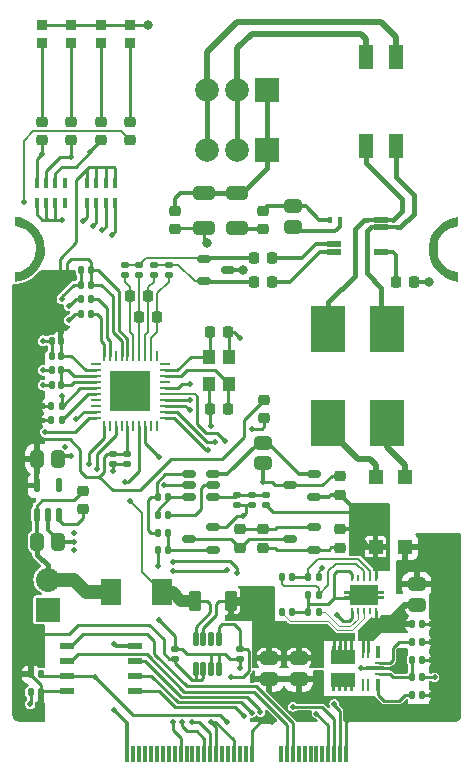
<source format=gbr>
%TF.GenerationSoftware,KiCad,Pcbnew,7.0.6*%
%TF.CreationDate,2023-08-17T07:35:13+09:30*%
%TF.ProjectId,spe-sink,7370652d-7369-46e6-9b2e-6b696361645f,V1.0*%
%TF.SameCoordinates,Original*%
%TF.FileFunction,Copper,L1,Top*%
%TF.FilePolarity,Positive*%
%FSLAX46Y46*%
G04 Gerber Fmt 4.6, Leading zero omitted, Abs format (unit mm)*
G04 Created by KiCad (PCBNEW 7.0.6) date 2023-08-17 07:35:13*
%MOMM*%
%LPD*%
G01*
G04 APERTURE LIST*
G04 Aperture macros list*
%AMRoundRect*
0 Rectangle with rounded corners*
0 $1 Rounding radius*
0 $2 $3 $4 $5 $6 $7 $8 $9 X,Y pos of 4 corners*
0 Add a 4 corners polygon primitive as box body*
4,1,4,$2,$3,$4,$5,$6,$7,$8,$9,$2,$3,0*
0 Add four circle primitives for the rounded corners*
1,1,$1+$1,$2,$3*
1,1,$1+$1,$4,$5*
1,1,$1+$1,$6,$7*
1,1,$1+$1,$8,$9*
0 Add four rect primitives between the rounded corners*
20,1,$1+$1,$2,$3,$4,$5,0*
20,1,$1+$1,$4,$5,$6,$7,0*
20,1,$1+$1,$6,$7,$8,$9,0*
20,1,$1+$1,$8,$9,$2,$3,0*%
%AMFreePoly0*
4,1,45,0.553535,1.028540,0.554999,1.025004,0.554999,-1.025004,0.553535,-1.028540,0.549999,-1.030004,-0.549999,-1.030004,-0.553535,-1.028540,-0.554999,-1.025004,-0.555006,-0.930006,-0.934994,-0.930006,-0.938530,-0.928542,-0.939994,-0.925006,-0.939994,-0.674994,-0.938530,-0.671458,-0.934994,-0.669994,-0.555006,-0.669994,-0.555006,-0.430006,-0.934994,-0.430006,-0.938530,-0.428542,-0.939994,-0.425006,
-0.939994,-0.174994,-0.938530,-0.171458,-0.934994,-0.169994,-0.555006,-0.169994,-0.555006,0.069994,-0.934994,0.069994,-0.938530,0.071458,-0.939994,0.074994,-0.939994,0.325006,-0.938530,0.328542,-0.934994,0.330006,-0.555006,0.330006,-0.555006,0.569994,-0.934994,0.569994,-0.938530,0.571458,-0.939994,0.574994,-0.939994,0.825006,-0.938530,0.828542,-0.934994,0.830006,-0.555006,0.830006,
-0.554999,1.025004,-0.553535,1.028540,-0.549999,1.030004,0.549999,1.030004,0.553535,1.028540,0.553535,1.028540,$1*%
%AMFreePoly1*
4,1,45,0.553535,1.028540,0.554999,1.025004,0.555006,0.830006,0.934994,0.830006,0.938530,0.828542,0.939994,0.825006,0.939994,0.574994,0.938530,0.571458,0.934994,0.569994,0.555006,0.569994,0.555006,0.330006,0.934994,0.330006,0.938530,0.328542,0.939994,0.325006,0.939994,0.074994,0.938530,0.071458,0.934994,0.069994,0.555006,0.069994,0.555006,-0.169994,0.934994,-0.169994,
0.938530,-0.171458,0.939994,-0.174994,0.939994,-0.425006,0.938530,-0.428542,0.934994,-0.430006,0.555006,-0.430006,0.555006,-0.669994,0.934994,-0.669994,0.938530,-0.671458,0.939994,-0.674994,0.939994,-0.925006,0.938530,-0.928542,0.934994,-0.930006,0.555006,-0.930006,0.554999,-1.025004,0.553535,-1.028540,0.549999,-1.030004,-0.549999,-1.030004,-0.553535,-1.028540,-0.554999,-1.025004,
-0.554999,1.025004,-0.553535,1.028540,-0.549999,1.030004,0.549999,1.030004,0.553535,1.028540,0.553535,1.028540,$1*%
%AMFreePoly2*
4,1,21,-0.125000,1.200000,0.125000,1.200000,0.125000,1.700000,0.375000,1.700000,0.375000,1.200000,0.825000,1.200000,0.825000,-1.200000,0.375000,-1.200000,0.375000,-1.700000,0.125000,-1.700000,0.125000,-1.200000,-0.125000,-1.200000,-0.125000,-1.700000,-0.375000,-1.700000,-0.375000,-1.200000,-0.825000,-1.200000,-0.825000,1.200000,-0.375000,1.200000,-0.375000,1.700000,-0.125000,1.700000,
-0.125000,1.200000,-0.125000,1.200000,$1*%
G04 Aperture macros list end*
%TA.AperFunction,SMDPad,CuDef*%
%ADD10RoundRect,0.212500X0.277500X-0.212500X0.277500X0.212500X-0.277500X0.212500X-0.277500X-0.212500X0*%
%TD*%
%TA.AperFunction,SMDPad,CuDef*%
%ADD11RoundRect,0.152500X-0.437500X0.152500X-0.437500X-0.152500X0.437500X-0.152500X0.437500X0.152500X0*%
%TD*%
%TA.AperFunction,SMDPad,CuDef*%
%ADD12RoundRect,0.100000X0.100000X-0.350000X0.100000X0.350000X-0.100000X0.350000X-0.100000X-0.350000X0*%
%TD*%
%TA.AperFunction,SMDPad,CuDef*%
%ADD13RoundRect,0.127500X-0.127500X-0.172500X0.127500X-0.172500X0.127500X0.172500X-0.127500X0.172500X0*%
%TD*%
%TA.AperFunction,SMDPad,CuDef*%
%ADD14R,1.200000X2.000000*%
%TD*%
%TA.AperFunction,SMDPad,CuDef*%
%ADD15RoundRect,0.127500X0.127500X0.172500X-0.127500X0.172500X-0.127500X-0.172500X0.127500X-0.172500X0*%
%TD*%
%TA.AperFunction,SMDPad,CuDef*%
%ADD16R,1.200000X1.200000*%
%TD*%
%TA.AperFunction,SMDPad,CuDef*%
%ADD17RoundRect,0.127500X0.172500X-0.127500X0.172500X0.127500X-0.172500X0.127500X-0.172500X-0.127500X0*%
%TD*%
%TA.AperFunction,SMDPad,CuDef*%
%ADD18RoundRect,0.147500X-0.147500X-0.152500X0.147500X-0.152500X0.147500X0.152500X-0.147500X0.152500X0*%
%TD*%
%TA.AperFunction,SMDPad,CuDef*%
%ADD19R,3.000000X4.000000*%
%TD*%
%TA.AperFunction,SMDPad,CuDef*%
%ADD20RoundRect,0.120000X0.120000X-0.485000X0.120000X0.485000X-0.120000X0.485000X-0.120000X-0.485000X0*%
%TD*%
%TA.AperFunction,SMDPad,CuDef*%
%ADD21RoundRect,0.062500X0.350000X0.062500X-0.350000X0.062500X-0.350000X-0.062500X0.350000X-0.062500X0*%
%TD*%
%TA.AperFunction,SMDPad,CuDef*%
%ADD22RoundRect,0.062500X0.062500X0.350000X-0.062500X0.350000X-0.062500X-0.350000X0.062500X-0.350000X0*%
%TD*%
%TA.AperFunction,ComponentPad*%
%ADD23C,0.600000*%
%TD*%
%TA.AperFunction,SMDPad,CuDef*%
%ADD24R,3.500000X3.500000*%
%TD*%
%TA.AperFunction,SMDPad,CuDef*%
%ADD25R,1.220000X0.580000*%
%TD*%
%TA.AperFunction,SMDPad,CuDef*%
%ADD26RoundRect,0.212500X-0.212500X-0.277500X0.212500X-0.277500X0.212500X0.277500X-0.212500X0.277500X0*%
%TD*%
%TA.AperFunction,SMDPad,CuDef*%
%ADD27RoundRect,0.230000X-0.230000X-0.255000X0.230000X-0.255000X0.230000X0.255000X-0.230000X0.255000X0*%
%TD*%
%TA.AperFunction,SMDPad,CuDef*%
%ADD28RoundRect,0.230000X0.230000X0.255000X-0.230000X0.255000X-0.230000X-0.255000X0.230000X-0.255000X0*%
%TD*%
%TA.AperFunction,SMDPad,CuDef*%
%ADD29RoundRect,0.152500X0.437500X-0.152500X0.437500X0.152500X-0.437500X0.152500X-0.437500X-0.152500X0*%
%TD*%
%TA.AperFunction,SMDPad,CuDef*%
%ADD30RoundRect,0.212500X-0.277500X0.212500X-0.277500X-0.212500X0.277500X-0.212500X0.277500X0.212500X0*%
%TD*%
%TA.AperFunction,SMDPad,CuDef*%
%ADD31RoundRect,0.230000X-0.255000X0.230000X-0.255000X-0.230000X0.255000X-0.230000X0.255000X0.230000X0*%
%TD*%
%TA.AperFunction,SMDPad,CuDef*%
%ADD32RoundRect,0.115000X0.115000X-0.460000X0.115000X0.460000X-0.115000X0.460000X-0.115000X-0.460000X0*%
%TD*%
%TA.AperFunction,SMDPad,CuDef*%
%ADD33R,0.370002X1.124991*%
%TD*%
%TA.AperFunction,SMDPad,CuDef*%
%ADD34R,0.250012X1.099998*%
%TD*%
%TA.AperFunction,SMDPad,CuDef*%
%ADD35FreePoly0,270.000000*%
%TD*%
%TA.AperFunction,SMDPad,CuDef*%
%ADD36FreePoly1,270.000000*%
%TD*%
%TA.AperFunction,SMDPad,CuDef*%
%ADD37R,0.800000X0.250000*%
%TD*%
%TA.AperFunction,SMDPad,CuDef*%
%ADD38R,1.520012X0.299999*%
%TD*%
%TA.AperFunction,SMDPad,CuDef*%
%ADD39RoundRect,0.147500X0.152500X-0.147500X0.152500X0.147500X-0.152500X0.147500X-0.152500X-0.147500X0*%
%TD*%
%TA.AperFunction,ComponentPad*%
%ADD40R,2.000000X2.000000*%
%TD*%
%TA.AperFunction,ComponentPad*%
%ADD41C,2.000000*%
%TD*%
%TA.AperFunction,SMDPad,CuDef*%
%ADD42RoundRect,0.147500X0.147500X0.152500X-0.147500X0.152500X-0.147500X-0.152500X0.147500X-0.152500X0*%
%TD*%
%TA.AperFunction,SMDPad,CuDef*%
%ADD43RoundRect,0.255000X-0.255000X-0.630000X0.255000X-0.630000X0.255000X0.630000X-0.255000X0.630000X0*%
%TD*%
%TA.AperFunction,SMDPad,CuDef*%
%ADD44RoundRect,0.290000X0.290000X0.445000X-0.290000X0.445000X-0.290000X-0.445000X0.290000X-0.445000X0*%
%TD*%
%TA.AperFunction,SMDPad,CuDef*%
%ADD45RoundRect,0.100000X-0.100000X0.350000X-0.100000X-0.350000X0.100000X-0.350000X0.100000X0.350000X0*%
%TD*%
%TA.AperFunction,SMDPad,CuDef*%
%ADD46R,1.200000X0.500000*%
%TD*%
%TA.AperFunction,SMDPad,CuDef*%
%ADD47R,0.420000X0.500000*%
%TD*%
%TA.AperFunction,SMDPad,CuDef*%
%ADD48RoundRect,0.290000X-0.620000X0.290000X-0.620000X-0.290000X0.620000X-0.290000X0.620000X0.290000X0*%
%TD*%
%TA.AperFunction,SMDPad,CuDef*%
%ADD49R,1.090000X1.190000*%
%TD*%
%TA.AperFunction,SMDPad,CuDef*%
%ADD50RoundRect,0.227500X-0.237500X0.227500X-0.237500X-0.227500X0.237500X-0.227500X0.237500X0.227500X0*%
%TD*%
%TA.AperFunction,SMDPad,CuDef*%
%ADD51R,1.730000X2.230000*%
%TD*%
%TA.AperFunction,SMDPad,CuDef*%
%ADD52R,0.350000X1.450000*%
%TD*%
%TA.AperFunction,ComponentPad*%
%ADD53C,0.454000*%
%TD*%
%TA.AperFunction,SMDPad,CuDef*%
%ADD54RoundRect,0.290000X-0.445000X0.290000X-0.445000X-0.290000X0.445000X-0.290000X0.445000X0.290000X0*%
%TD*%
%TA.AperFunction,SMDPad,CuDef*%
%ADD55RoundRect,0.290000X0.445000X-0.290000X0.445000X0.290000X-0.445000X0.290000X-0.445000X-0.290000X0*%
%TD*%
%TA.AperFunction,SMDPad,CuDef*%
%ADD56RoundRect,0.290000X0.620000X-0.290000X0.620000X0.290000X-0.620000X0.290000X-0.620000X-0.290000X0*%
%TD*%
%TA.AperFunction,SMDPad,CuDef*%
%ADD57R,0.240000X0.600000*%
%TD*%
%TA.AperFunction,ComponentPad*%
%ADD58C,0.500000*%
%TD*%
%TA.AperFunction,SMDPad,CuDef*%
%ADD59FreePoly2,270.000000*%
%TD*%
%TA.AperFunction,SMDPad,CuDef*%
%ADD60RoundRect,0.147500X-0.152500X0.147500X-0.152500X-0.147500X0.152500X-0.147500X0.152500X0.147500X0*%
%TD*%
%TA.AperFunction,SMDPad,CuDef*%
%ADD61RoundRect,0.127500X-0.172500X0.127500X-0.172500X-0.127500X0.172500X-0.127500X0.172500X0.127500X0*%
%TD*%
%TA.AperFunction,ComponentPad*%
%ADD62R,2.032000X2.032000*%
%TD*%
%TA.AperFunction,ComponentPad*%
%ADD63O,2.032000X2.032000*%
%TD*%
%TA.AperFunction,ViaPad*%
%ADD64C,0.500000*%
%TD*%
%TA.AperFunction,ViaPad*%
%ADD65C,0.800000*%
%TD*%
%TA.AperFunction,Conductor*%
%ADD66C,0.250000*%
%TD*%
%TA.AperFunction,Conductor*%
%ADD67C,0.200000*%
%TD*%
%TA.AperFunction,Conductor*%
%ADD68C,0.350000*%
%TD*%
%TA.AperFunction,Conductor*%
%ADD69C,0.450000*%
%TD*%
%TA.AperFunction,Conductor*%
%ADD70C,1.200000*%
%TD*%
%TA.AperFunction,Conductor*%
%ADD71C,0.160000*%
%TD*%
%TA.AperFunction,Conductor*%
%ADD72C,0.120000*%
%TD*%
%TA.AperFunction,Conductor*%
%ADD73C,0.550000*%
%TD*%
%TA.AperFunction,Conductor*%
%ADD74C,0.800000*%
%TD*%
%TA.AperFunction,Conductor*%
%ADD75C,0.400000*%
%TD*%
%TA.AperFunction,Conductor*%
%ADD76C,1.000000*%
%TD*%
%TA.AperFunction,Conductor*%
%ADD77C,0.180000*%
%TD*%
G04 APERTURE END LIST*
%TA.AperFunction,EtchedComponent*%
%TO.C,X2*%
G36*
X100613935Y-57313048D02*
G01*
X100966374Y-57423549D01*
X101301158Y-57579573D01*
X101612436Y-57778392D01*
X101894770Y-58016533D01*
X102143226Y-58289834D01*
X102353461Y-58593520D01*
X102521803Y-58922282D01*
X102645309Y-59270377D01*
X102721820Y-59631721D01*
X102750000Y-60000000D01*
X102724373Y-60369189D01*
X102649760Y-60731666D01*
X102527494Y-61080963D01*
X102359756Y-61410843D01*
X102149540Y-61715419D01*
X101900599Y-61989254D01*
X101617377Y-62227460D01*
X101304928Y-62425785D01*
X100968831Y-62580689D01*
X100250000Y-62750000D01*
X100250000Y-61950000D01*
X100538173Y-61911580D01*
X100816787Y-61828553D01*
X101078983Y-61702963D01*
X101318304Y-61537903D01*
X101528858Y-61337437D01*
X101705460Y-61106501D01*
X101843761Y-60850782D01*
X101940356Y-60576576D01*
X102000000Y-60000000D01*
X101992867Y-59709365D01*
X101940356Y-59423424D01*
X101843761Y-59149218D01*
X101705460Y-58893499D01*
X101528858Y-58662563D01*
X101318304Y-58462097D01*
X101078983Y-58297037D01*
X100816787Y-58171447D01*
X100250000Y-58050000D01*
X100250000Y-57250000D01*
X100613935Y-57313048D01*
G37*
%TD.AperFunction*%
%TA.AperFunction,EtchedComponent*%
G36*
X137750000Y-58050000D02*
G01*
X137461827Y-58088420D01*
X137183213Y-58171447D01*
X136921017Y-58297037D01*
X136681696Y-58462097D01*
X136471142Y-58662563D01*
X136294540Y-58893499D01*
X136156239Y-59149218D01*
X136059644Y-59423424D01*
X136000000Y-60000000D01*
X136007133Y-60290635D01*
X136059644Y-60576576D01*
X136156239Y-60850782D01*
X136294540Y-61106501D01*
X136471142Y-61337437D01*
X136681696Y-61537903D01*
X136921017Y-61702963D01*
X137183213Y-61828553D01*
X137750000Y-61950000D01*
X137750000Y-62750000D01*
X137386065Y-62686952D01*
X137033626Y-62576451D01*
X136698842Y-62420427D01*
X136387564Y-62221608D01*
X136105230Y-61983467D01*
X135856774Y-61710166D01*
X135646539Y-61406480D01*
X135478197Y-61077718D01*
X135354691Y-60729623D01*
X135278180Y-60368279D01*
X135250000Y-60000000D01*
X135275627Y-59630811D01*
X135350240Y-59268334D01*
X135472506Y-58919037D01*
X135640244Y-58589157D01*
X135850460Y-58284581D01*
X136099401Y-58010746D01*
X136382623Y-57772540D01*
X136695072Y-57574215D01*
X137031169Y-57419311D01*
X137750000Y-57250000D01*
X137750000Y-58050000D01*
G37*
%TD.AperFunction*%
%TD*%
D10*
%TO.P,R26,1*%
%TO.N,Net-(C25-Pad2)*%
X121250000Y-56725000D03*
%TO.P,R26,2*%
%TO.N,Net-(C29-Pad1)*%
X121250000Y-58275000D03*
%TD*%
%TO.P,R21,1*%
%TO.N,Net-(D3-PadA)*%
X105000000Y-49225000D03*
%TO.P,R21,2*%
%TO.N,Net-(U4-LINK_ST)*%
X105000000Y-50775000D03*
%TD*%
%TO.P,R16,1*%
%TO.N,Net-(D1-PadA)*%
X107500000Y-49225000D03*
%TO.P,R16,2*%
%TO.N,Net-(U4-LED_0)*%
X107500000Y-50775000D03*
%TD*%
D11*
%TO.P,Q1,1,G*%
%TO.N,Net-(Q1-G)*%
X117025000Y-85450000D03*
%TO.P,Q1,2,S*%
%TO.N,GND*%
X117025000Y-83550000D03*
%TO.P,Q1,3,D*%
%TO.N,Net-(Q1-D)*%
X114975000Y-84500000D03*
%TD*%
D12*
%TO.P,R19,1*%
%TO.N,GND*%
X102050000Y-56100000D03*
%TO.P,R19,2*%
X102850000Y-56100000D03*
%TO.P,R19,3*%
X103650000Y-56100000D03*
%TO.P,R19,4*%
%TO.N,unconnected-(R19-Pad4)*%
X104450000Y-56100000D03*
%TO.P,R19,5*%
%TO.N,unconnected-(R19-Pad5)*%
X104450000Y-54400000D03*
%TO.P,R19,6*%
%TO.N,Net-(U4-LED_0)*%
X103650000Y-54400000D03*
%TO.P,R19,7*%
%TO.N,Net-(U4-LINK_ST)*%
X102850000Y-54400000D03*
%TO.P,R19,8*%
%TO.N,Net-(U4-LED_1)*%
X102050000Y-54400000D03*
%TD*%
D13*
%TO.P,R6,1*%
%TO.N,Net-(Q1-G)*%
X113195000Y-85500000D03*
%TO.P,R6,2*%
%TO.N,GND*%
X112305000Y-85500000D03*
%TD*%
D14*
%TO.P,L3,1*%
%TO.N,Net-(J1-Pin_3)*%
X132520000Y-43750000D03*
%TO.P,L3,2*%
%TO.N,Net-(J1-Pin_2)*%
X129980000Y-43750000D03*
%TO.P,L3,3*%
%TO.N,Net-(L1-Pad7)*%
X129980000Y-51250000D03*
%TO.P,L3,4*%
%TO.N,Net-(L1-Pad6)*%
X132520000Y-51250000D03*
%TD*%
D15*
%TO.P,R30,1*%
%TO.N,Net-(U7-FB)*%
X133805000Y-94750000D03*
%TO.P,R30,2*%
%TO.N,GND*%
X134695000Y-94750000D03*
%TD*%
D16*
%TO.P,D4,1,+*%
%TO.N,/PoDL Device Handling/PoDL+*%
X130750000Y-85200000D03*
%TO.P,D4,2,\u223F*%
%TO.N,Net-(D4-\u223F-Pad2)*%
X130750000Y-79300000D03*
%TO.P,D4,3,\u223F*%
%TO.N,Net-(D4-\u223F-Pad3)*%
X133250000Y-79300000D03*
%TO.P,D4,4,-*%
%TO.N,GND*%
X133250000Y-85200000D03*
%TD*%
D17*
%TO.P,R18,1*%
%TO.N,/Ethernet MAC+PHY/DATA-*%
X111975000Y-61305000D03*
%TO.P,R18,2*%
%TO.N,Net-(U4-RXN)*%
X111975000Y-62195000D03*
%TD*%
D18*
%TO.P,C7,1*%
%TO.N,Net-(U4-CEXT_3)*%
X106655000Y-65500000D03*
%TO.P,C7,2*%
%TO.N,GND*%
X105845000Y-65500000D03*
%TD*%
D10*
%TO.P,R8,1*%
%TO.N,Net-(U3-REF)*%
X119250000Y-83725000D03*
%TO.P,R8,2*%
%TO.N,Net-(Q1-D)*%
X119250000Y-85275000D03*
%TD*%
D19*
%TO.P,L2,1*%
%TO.N,Net-(D4-\u223F-Pad3)*%
X131750000Y-74750000D03*
%TO.P,L2,2*%
%TO.N,Net-(L1-Pad6)*%
X131750000Y-66750000D03*
%TO.P,L2,3*%
%TO.N,Net-(L1-Pad7)*%
X126750000Y-66750000D03*
%TO.P,L2,4*%
%TO.N,Net-(D4-\u223F-Pad2)*%
X126750000Y-74750000D03*
%TD*%
D15*
%TO.P,R14,1*%
%TO.N,+3.3V*%
X103305000Y-73250000D03*
%TO.P,R14,2*%
%TO.N,/Ethernet MAC+PHY/~{INT}*%
X104195000Y-73250000D03*
%TD*%
D20*
%TO.P,U5,1,VCC*%
%TO.N,+3.3V*%
X115525000Y-95505000D03*
%TO.P,U5,2,EN*%
X116175000Y-95505000D03*
%TO.P,U5,3,REF*%
%TO.N,GND*%
X116825000Y-95505000D03*
%TO.P,U5,4,GND*%
X117475000Y-95505000D03*
%TO.P,U5,5,Vout*%
%TO.N,/MicroMod Function Board/ANALOG*%
X117475000Y-92995000D03*
%TO.P,U5,6,NC*%
%TO.N,unconnected-(U5-NC-Pad6)*%
X116825000Y-92995000D03*
%TO.P,U5,7,S+*%
%TO.N,Net-(U5-S+)*%
X116175000Y-92995000D03*
%TO.P,U5,8,S-*%
%TO.N,Net-(U5-S-)*%
X115525000Y-92995000D03*
%TD*%
D18*
%TO.P,C6,1*%
%TO.N,Net-(U4-CEXT_2)*%
X106655000Y-64250000D03*
%TO.P,C6,2*%
%TO.N,GND*%
X105845000Y-64250000D03*
%TD*%
D21*
%TO.P,U4,1,SDI*%
%TO.N,/Ethernet MAC+PHY/COPI*%
X112937500Y-74250000D03*
%TO.P,U4,2,SDO/SPI_CFG0*%
%TO.N,/Ethernet MAC+PHY/CIPO*%
X112937500Y-73750000D03*
%TO.P,U4,3,LED_0*%
%TO.N,Net-(U4-LED_0)*%
X112937500Y-73250000D03*
%TO.P,U4,4,LINK_ST*%
%TO.N,Net-(U4-LINK_ST)*%
X112937500Y-72750000D03*
%TO.P,U4,5,~{RESET}*%
%TO.N,/Ethernet MAC+PHY/~{RESET}*%
X112937500Y-72250000D03*
%TO.P,U4,6,LED_1*%
%TO.N,Net-(U4-LED_1)*%
X112937500Y-71750000D03*
%TO.P,U4,7,CLK25_REF*%
%TO.N,unconnected-(U4-CLK25_REF-Pad7)*%
X112937500Y-71250000D03*
%TO.P,U4,8,XTAL_I/CLK_IN*%
%TO.N,Net-(U4-XTAL_I{slash}CLK_IN)*%
X112937500Y-70750000D03*
%TO.P,U4,9,XTAL_O*%
%TO.N,Net-(U4-XTAL_O)*%
X112937500Y-70250000D03*
%TO.P,U4,10,NC*%
%TO.N,unconnected-(U4-NC-Pad10)*%
X112937500Y-69750000D03*
D22*
%TO.P,U4,11,NC*%
%TO.N,unconnected-(U4-NC-Pad11)*%
X112250000Y-69062500D03*
%TO.P,U4,12,TXN*%
%TO.N,Net-(U4-TXN)*%
X111750000Y-69062500D03*
%TO.P,U4,13,RXN*%
%TO.N,Net-(U4-RXN)*%
X111250000Y-69062500D03*
%TO.P,U4,14,RXP*%
%TO.N,Net-(U4-RXP)*%
X110750000Y-69062500D03*
%TO.P,U4,15,TXP*%
%TO.N,Net-(U4-TXP)*%
X110250000Y-69062500D03*
%TO.P,U4,16,AVDD_H*%
%TO.N,+3.3V*%
X109750000Y-69062500D03*
%TO.P,U4,17,AVDD_H*%
X109250000Y-69062500D03*
%TO.P,U4,18,NC*%
%TO.N,unconnected-(U4-NC-Pad18)*%
X108750000Y-69062500D03*
%TO.P,U4,19,CEXT_2*%
%TO.N,Net-(U4-CEXT_2)*%
X108250000Y-69062500D03*
%TO.P,U4,20,CEXT_3*%
%TO.N,Net-(U4-CEXT_3)*%
X107750000Y-69062500D03*
D21*
%TO.P,U4,21,NC*%
%TO.N,unconnected-(U4-NC-Pad21)*%
X107062500Y-69750000D03*
%TO.P,U4,22,AVDD_L*%
%TO.N,+3.3V*%
X107062500Y-70250000D03*
%TO.P,U4,23,DLDO_1P1*%
%TO.N,Net-(U4-DLDO_1P1)*%
X107062500Y-70750000D03*
%TO.P,U4,24,DVDD_1P1*%
X107062500Y-71250000D03*
%TO.P,U4,25,~{INT}*%
%TO.N,/Ethernet MAC+PHY/~{INT}*%
X107062500Y-71750000D03*
%TO.P,U4,26,TEST1*%
%TO.N,Net-(U4-TEST1)*%
X107062500Y-72250000D03*
%TO.P,U4,27,TEST2*%
%TO.N,unconnected-(U4-TEST2-Pad27)*%
X107062500Y-72750000D03*
%TO.P,U4,28,NC*%
%TO.N,unconnected-(U4-NC-Pad28)*%
X107062500Y-73250000D03*
%TO.P,U4,29,~{CS}*%
%TO.N,/Ethernet MAC+PHY/~{CS}*%
X107062500Y-73750000D03*
%TO.P,U4,30,TS_TIMER/MS_SEL*%
%TO.N,Net-(U4-TS_TIMER{slash}MS_SEL)*%
X107062500Y-74250000D03*
D22*
%TO.P,U4,31,~{TX2P4_EN}*%
%TO.N,Net-(U4-~{TX2P4_EN})*%
X107750000Y-74937500D03*
%TO.P,U4,32,NC*%
%TO.N,unconnected-(U4-NC-Pad32)*%
X108250000Y-74937500D03*
%TO.P,U4,33,~{SWPD_EN}*%
%TO.N,Net-(U4-~{SWPD_EN})*%
X108750000Y-74937500D03*
%TO.P,U4,34,NC*%
%TO.N,unconnected-(U4-NC-Pad34)*%
X109250000Y-74937500D03*
%TO.P,U4,35,VDDIO*%
%TO.N,+3.3V*%
X109750000Y-74937500D03*
%TO.P,U4,36,NC*%
%TO.N,unconnected-(U4-NC-Pad36)*%
X110250000Y-74937500D03*
%TO.P,U4,37,SPI_CFG1*%
%TO.N,Net-(U4-SPI_CFG1)*%
X110750000Y-74937500D03*
%TO.P,U4,38,SCLK*%
%TO.N,/Ethernet MAC+PHY/CLK*%
X111250000Y-74937500D03*
%TO.P,U4,39,NC*%
%TO.N,unconnected-(U4-NC-Pad39)*%
X111750000Y-74937500D03*
%TO.P,U4,40,TS_CAPT*%
%TO.N,unconnected-(U4-TS_CAPT-Pad40)*%
X112250000Y-74937500D03*
D23*
%TO.P,U4,41,EP(GND)*%
%TO.N,GND*%
X111025000Y-73025000D03*
X111000000Y-72000000D03*
X111000000Y-71000000D03*
X110000000Y-73025000D03*
X110000000Y-72000000D03*
D24*
X110000000Y-72000000D03*
D23*
X110000000Y-71000000D03*
X109000000Y-73025000D03*
X109000000Y-72000000D03*
X109000000Y-71000000D03*
%TD*%
D18*
%TO.P,C16,1*%
%TO.N,+3.3V*%
X104155000Y-69000000D03*
%TO.P,C16,2*%
%TO.N,GND*%
X103345000Y-69000000D03*
%TD*%
D25*
%TO.P,IC1,1,A0*%
%TO.N,Net-(IC1-A0)*%
X110345000Y-97405000D03*
%TO.P,IC1,2,A1*%
%TO.N,Net-(IC1-A1)*%
X110345000Y-96135000D03*
%TO.P,IC1,3,A2*%
%TO.N,Net-(IC1-A2)*%
X110345000Y-94865000D03*
%TO.P,IC1,4,GND*%
%TO.N,GND*%
X110345000Y-93595000D03*
%TO.P,IC1,5,SDA*%
%TO.N,/MicroMod Function Board/SDA*%
X104655000Y-93595000D03*
%TO.P,IC1,6,SCL*%
%TO.N,/MicroMod Function Board/SCL*%
X104655000Y-94865000D03*
%TO.P,IC1,7,WP*%
%TO.N,Net-(IC1-WP)*%
X104655000Y-96135000D03*
%TO.P,IC1,8,VCC*%
%TO.N,+3.3V*%
X104655000Y-97405000D03*
%TD*%
D26*
%TO.P,R23,1*%
%TO.N,Net-(U4-TXN)*%
X112275000Y-65750000D03*
%TO.P,R23,2*%
%TO.N,Net-(U4-RXP)*%
X110725000Y-65750000D03*
%TD*%
D27*
%TO.P,C24,1*%
%TO.N,Net-(C24-Pad1)*%
X122025000Y-60750000D03*
%TO.P,C24,2*%
%TO.N,/Ethernet MAC+PHY/DATA+*%
X120475000Y-60750000D03*
%TD*%
D13*
%TO.P,R3,1*%
%TO.N,Net-(U2-REF)*%
X113195000Y-82500000D03*
%TO.P,R3,2*%
%TO.N,Net-(U2-+)*%
X112305000Y-82500000D03*
%TD*%
D17*
%TO.P,R2,1*%
%TO.N,Net-(U2--)*%
X120250000Y-80805000D03*
%TO.P,R2,2*%
%TO.N,GND*%
X120250000Y-81695000D03*
%TD*%
D18*
%TO.P,C12,1*%
%TO.N,+3.3V*%
X106655000Y-61750000D03*
%TO.P,C12,2*%
%TO.N,GND*%
X105845000Y-61750000D03*
%TD*%
D28*
%TO.P,C11,1*%
%TO.N,Net-(U4-XTAL_O)*%
X116725000Y-67000000D03*
%TO.P,C11,2*%
%TO.N,GND*%
X118275000Y-67000000D03*
%TD*%
D29*
%TO.P,U2,1*%
%TO.N,Net-(R4-Pad2)*%
X114975000Y-79050000D03*
%TO.P,U2,2,V-*%
%TO.N,GND*%
X114975000Y-80000000D03*
%TO.P,U2,3,+*%
%TO.N,Net-(U2-+)*%
X114975000Y-80950000D03*
%TO.P,U2,4,-*%
%TO.N,Net-(U2--)*%
X117025000Y-80950000D03*
%TO.P,U2,5,REF*%
%TO.N,Net-(U2-REF)*%
X117025000Y-80000000D03*
%TO.P,U2,6,V+*%
%TO.N,Net-(U1-VOUT)*%
X117025000Y-79050000D03*
%TD*%
D13*
%TO.P,R34,1*%
%TO.N,Net-(U8-ILIM)*%
X125945000Y-90750000D03*
%TO.P,R34,2*%
%TO.N,Net-(U8-EP)*%
X125055000Y-90750000D03*
%TD*%
D30*
%TO.P,R7,1*%
%TO.N,Net-(U3-C)*%
X121250000Y-85275000D03*
%TO.P,R7,2*%
%TO.N,Net-(U3-REF)*%
X121250000Y-83725000D03*
%TD*%
D31*
%TO.P,C1,1*%
%TO.N,/PoDL Device Handling/PoDL+*%
X127750000Y-80775000D03*
%TO.P,C1,2*%
%TO.N,GND*%
X127750000Y-79225000D03*
%TD*%
D32*
%TO.P,U6,1,VIN*%
%TO.N,+POWER*%
X102050000Y-82500000D03*
%TO.P,U6,2,GND*%
%TO.N,GND*%
X103000000Y-82500000D03*
%TO.P,U6,3,EN*%
%TO.N,Net-(U6-EN)*%
X103950000Y-82500000D03*
%TO.P,U6,4,NC*%
%TO.N,unconnected-(U6-NC-Pad4)*%
X103950000Y-80000000D03*
%TO.P,U6,5,VOUT*%
%TO.N,+3.3V*%
X102050000Y-80000000D03*
%TD*%
D15*
%TO.P,R12,1*%
%TO.N,+3.3V*%
X101555000Y-96000000D03*
%TO.P,R12,2*%
%TO.N,Net-(IC1-WP)*%
X102445000Y-96000000D03*
%TD*%
D33*
%TO.P,U7,1,PGOOD*%
%TO.N,unconnected-(U7-PGOOD-Pad1)*%
X130960000Y-94112500D03*
D34*
%TO.P,U7,2,EN*%
%TO.N,Net-(U7-EN)*%
X130150000Y-94100000D03*
%TO.P,U7,3,VIN*%
X129650000Y-94100000D03*
D35*
%TO.P,U7,4,VOUT*%
%TO.N,Net-(U5-S+)*%
X128000000Y-94500000D03*
D36*
%TO.P,U7,5,SW*%
%TO.N,unconnected-(U7-SW-Pad5)*%
X128000000Y-96500000D03*
D34*
%TO.P,U7,6,SW*%
%TO.N,unconnected-(U7-SW-Pad6)*%
X129650000Y-96900000D03*
%TO.P,U7,7,BOOT*%
%TO.N,unconnected-(U7-BOOT-Pad7)*%
X130150000Y-96900000D03*
D33*
%TO.P,U7,8,VCC*%
%TO.N,Net-(U7-VCC)*%
X130960000Y-96887500D03*
D37*
%TO.P,U7,9,FB*%
%TO.N,Net-(U7-FB)*%
X131059998Y-95999999D03*
D38*
%TO.P,U7,10,GND*%
%TO.N,GND*%
X130690000Y-95500000D03*
D37*
%TO.P,U7,11,RT*%
%TO.N,Net-(U7-RT)*%
X131059998Y-95000001D03*
%TD*%
D39*
%TO.P,C14,1*%
%TO.N,+3.3V*%
X109750000Y-77345000D03*
%TO.P,C14,2*%
%TO.N,GND*%
X109750000Y-78155000D03*
%TD*%
D40*
%TO.P,J1,1,Pin_1*%
%TO.N,Earth*%
X121540000Y-51580000D03*
X121540000Y-46500000D03*
D41*
%TO.P,J1,2,Pin_2*%
%TO.N,Net-(J1-Pin_2)*%
X119000000Y-51580000D03*
X119000000Y-46500000D03*
%TO.P,J1,3,Pin_3*%
%TO.N,Net-(J1-Pin_3)*%
X116460000Y-51580000D03*
X116460000Y-46500000D03*
%TD*%
D42*
%TO.P,C4,1*%
%TO.N,Net-(U7-EN)*%
X133845000Y-91750000D03*
%TO.P,C4,2*%
%TO.N,GND*%
X134655000Y-91750000D03*
%TD*%
D18*
%TO.P,C13,1*%
%TO.N,+3.3V*%
X106655000Y-63000000D03*
%TO.P,C13,2*%
%TO.N,GND*%
X105845000Y-63000000D03*
%TD*%
D43*
%TO.P,R27,1*%
%TO.N,Net-(U5-S+)*%
X118505000Y-89750000D03*
%TO.P,R27,2*%
%TO.N,Net-(U5-S-)*%
X115495000Y-89750000D03*
%TD*%
D44*
%TO.P,C18,1*%
%TO.N,+POWER*%
X102125000Y-84750000D03*
%TO.P,C18,2*%
%TO.N,GND*%
X103875000Y-84750000D03*
%TD*%
D13*
%TO.P,R4,1*%
%TO.N,Net-(U2-+)*%
X113195000Y-81000000D03*
%TO.P,R4,2*%
%TO.N,Net-(R4-Pad2)*%
X112305000Y-81000000D03*
%TD*%
D39*
%TO.P,C15,1*%
%TO.N,+3.3V*%
X108500000Y-77345000D03*
%TO.P,C15,2*%
%TO.N,GND*%
X108500000Y-78155000D03*
%TD*%
D45*
%TO.P,R13,1*%
%TO.N,+3.3V*%
X108700000Y-54400000D03*
%TO.P,R13,2*%
X107900000Y-54400000D03*
%TO.P,R13,3*%
X107100000Y-54400000D03*
%TO.P,R13,4*%
X106300000Y-54400000D03*
%TO.P,R13,5*%
%TO.N,Net-(R13-Pad5)*%
X106300000Y-56100000D03*
%TO.P,R13,6*%
%TO.N,Net-(R13-Pad6)*%
X107100000Y-56100000D03*
%TO.P,R13,7*%
%TO.N,Net-(R13-Pad7)*%
X107900000Y-56100000D03*
%TO.P,R13,8*%
%TO.N,Net-(R13-Pad8)*%
X108700000Y-56100000D03*
%TD*%
D26*
%TO.P,R20,1*%
%TO.N,Net-(U4-RXN)*%
X111525000Y-64000000D03*
%TO.P,R20,2*%
%TO.N,Net-(U4-TXP)*%
X109975000Y-64000000D03*
%TD*%
D46*
%TO.P,L1,1*%
%TO.N,Net-(C22-Pad1)*%
X127270000Y-60200000D03*
%TO.P,L1,2*%
%TO.N,Net-(C24-Pad1)*%
X127270000Y-59550000D03*
D47*
%TO.P,L1,3*%
%TO.N,Net-(C25-Pad2)*%
X126870000Y-57500000D03*
%TO.P,L1,4*%
%TO.N,Net-(C25-Pad1)*%
X127720000Y-57500000D03*
D46*
%TO.P,L1,5*%
%TO.N,Net-(C23-Pad1)*%
X131250000Y-60200000D03*
%TO.P,L1,6*%
%TO.N,Net-(L1-Pad6)*%
X131250000Y-58150000D03*
%TO.P,L1,7*%
%TO.N,Net-(L1-Pad7)*%
X131250000Y-57500000D03*
%TD*%
D48*
%TO.P,C29,1*%
%TO.N,Net-(C29-Pad1)*%
X119000000Y-58225000D03*
%TO.P,C29,2*%
%TO.N,Earth*%
X119000000Y-55275000D03*
%TD*%
D29*
%TO.P,D7,1,A1*%
%TO.N,/Ethernet MAC+PHY/DATA+*%
X116225000Y-60800000D03*
%TO.P,D7,2,C2*%
%TO.N,/Ethernet MAC+PHY/DATA-*%
X116225000Y-62700000D03*
%TO.P,D7,3*%
%TO.N,GND*%
X118275000Y-61750000D03*
%TD*%
D30*
%TO.P,R28,1*%
%TO.N,Net-(U5-S-)*%
X110000000Y-50775000D03*
%TO.P,R28,2*%
%TO.N,Net-(D5-PadA)*%
X110000000Y-49225000D03*
%TD*%
D42*
%TO.P,C32,1*%
%TO.N,Net-(U8-dVdT)*%
X122845000Y-90750000D03*
%TO.P,C32,2*%
%TO.N,Net-(U8-EP)*%
X123655000Y-90750000D03*
%TD*%
D10*
%TO.P,R29,1*%
%TO.N,Earth*%
X113750000Y-56725000D03*
%TO.P,R29,2*%
%TO.N,GND*%
X113750000Y-58275000D03*
%TD*%
D49*
%TO.P,X1,1,1*%
%TO.N,Net-(U4-XTAL_O)*%
X116640000Y-69090000D03*
%TO.P,X1,2,2*%
%TO.N,GND*%
X116640000Y-71410000D03*
%TO.P,X1,3,3*%
%TO.N,Net-(U4-XTAL_I{slash}CLK_IN)*%
X118360000Y-71410000D03*
%TO.P,X1,4,4*%
%TO.N,GND*%
X118360000Y-69090000D03*
%TD*%
D15*
%TO.P,R5,1*%
%TO.N,Net-(R4-Pad2)*%
X112305000Y-84000000D03*
%TO.P,R5,2*%
%TO.N,Net-(Q1-G)*%
X113195000Y-84000000D03*
%TD*%
D11*
%TO.P,U1,1,VIN*%
%TO.N,/PoDL Device Handling/PoDL+*%
X125525000Y-80950000D03*
%TO.P,U1,2,VOUT*%
%TO.N,Net-(U1-VOUT)*%
X125525000Y-79050000D03*
%TO.P,U1,3,GND*%
%TO.N,GND*%
X123475000Y-80000000D03*
%TD*%
D17*
%TO.P,R25,1*%
%TO.N,/Ethernet MAC+PHY/DATA+*%
X110750000Y-61305000D03*
%TO.P,R25,2*%
%TO.N,Net-(U4-RXP)*%
X110750000Y-62195000D03*
%TD*%
D18*
%TO.P,C17,1*%
%TO.N,+3.3V*%
X104155000Y-67750000D03*
%TO.P,C17,2*%
%TO.N,GND*%
X103345000Y-67750000D03*
%TD*%
D27*
%TO.P,C22,1*%
%TO.N,Net-(C22-Pad1)*%
X122025000Y-62750000D03*
%TO.P,C22,2*%
%TO.N,/Ethernet MAC+PHY/DATA-*%
X120475000Y-62750000D03*
%TD*%
D13*
%TO.P,R32,1*%
%TO.N,Net-(U8-OVP)*%
X125945000Y-89250000D03*
%TO.P,R32,2*%
%TO.N,Net-(U8-EP)*%
X125055000Y-89250000D03*
%TD*%
D42*
%TO.P,C27,1*%
%TO.N,Net-(U7-VCC)*%
X133845000Y-97750000D03*
%TO.P,C27,2*%
%TO.N,GND*%
X134655000Y-97750000D03*
%TD*%
D50*
%TO.P,D5,A,A*%
%TO.N,Net-(D5-PadA)*%
X110000000Y-42510000D03*
%TO.P,D5,C,C*%
%TO.N,GND*%
X110000000Y-40990000D03*
%TD*%
D10*
%TO.P,R15,1*%
%TO.N,+3.3V*%
X121300000Y-72725000D03*
%TO.P,R15,2*%
%TO.N,Net-(R15-Pad2)*%
X121300000Y-74275000D03*
%TD*%
D51*
%TO.P,D6,A,A*%
%TO.N,Net-(U5-S-)*%
X112640000Y-89000000D03*
%TO.P,D6,C,C*%
%TO.N,+POWER*%
X108360000Y-89000000D03*
%TD*%
D52*
%TO.P,X2,1,GND*%
%TO.N,GND*%
X128250000Y-102725000D03*
%TO.P,X2,3,SPI_SCK*%
%TO.N,/Ethernet MAC+PHY/CLK*%
X127750000Y-102725000D03*
%TO.P,X2,5,SPI_SDI*%
%TO.N,/Ethernet MAC+PHY/COPI*%
X127250000Y-102725000D03*
%TO.P,X2,7,SPI_SDO*%
%TO.N,/Ethernet MAC+PHY/CIPO*%
X126750000Y-102725000D03*
%TO.P,X2,9*%
%TO.N,N/C*%
X126250000Y-102725000D03*
%TO.P,X2,11*%
X125750000Y-102725000D03*
%TO.P,X2,13,FUNC_TX*%
%TO.N,unconnected-(X2-FUNC_TX-Pad13)*%
X125250000Y-102725000D03*
%TO.P,X2,15,FUNC_RX*%
%TO.N,unconnected-(X2-FUNC_RX-Pad15)*%
X124750000Y-102725000D03*
%TO.P,X2,17*%
%TO.N,N/C*%
X124250000Y-102725000D03*
%TO.P,X2,19,I2C_SDA*%
%TO.N,/MicroMod Function Board/SDA*%
X123750000Y-102725000D03*
%TO.P,X2,21,I2C_SCL*%
%TO.N,/MicroMod Function Board/SCL*%
X123250000Y-102725000D03*
%TO.P,X2,23,~{I2C_INT}*%
%TO.N,unconnected-(X2-~{I2C_INT}-Pad23)*%
X122750000Y-102725000D03*
%TO.P,X2,33,GND*%
%TO.N,GND*%
X120250000Y-102725000D03*
%TO.P,X2,35,USBHOST_D+*%
%TO.N,unconnected-(X2-USBHOST_D+-Pad35)*%
X119750000Y-102725000D03*
%TO.P,X2,37,USBHOST_D-*%
%TO.N,unconnected-(X2-USBHOST_D--Pad37)*%
X119250000Y-102725000D03*
%TO.P,X2,39,GND*%
%TO.N,GND*%
X118750000Y-102725000D03*
%TO.P,X2,41,CAN_TX*%
%TO.N,unconnected-(X2-CAN_TX-Pad41)*%
X118250000Y-102725000D03*
%TO.P,X2,43,CAN_RX*%
%TO.N,unconnected-(X2-CAN_RX-Pad43)*%
X117750000Y-102725000D03*
%TO.P,X2,45,GND*%
%TO.N,GND*%
X117250000Y-102725000D03*
%TO.P,X2,47,F0/~{INT}*%
%TO.N,/Ethernet MAC+PHY/~{INT}*%
X116750000Y-102725000D03*
%TO.P,X2,49,F1/~{CS}*%
%TO.N,/Ethernet MAC+PHY/~{CS}*%
X116250000Y-102725000D03*
%TO.P,X2,51,F2/PWM*%
%TO.N,unconnected-(X2-F2{slash}PWM-Pad51)*%
X115750000Y-102725000D03*
%TO.P,X2,53,F3*%
%TO.N,unconnected-(X2-F3-Pad53)*%
X115250000Y-102725000D03*
%TO.P,X2,55,F4*%
%TO.N,unconnected-(X2-F4-Pad55)*%
X114750000Y-102725000D03*
%TO.P,X2,57,F5*%
%TO.N,/Ethernet MAC+PHY/~{RESET}*%
X114250000Y-102725000D03*
%TO.P,X2,59,F6*%
%TO.N,unconnected-(X2-F6-Pad59)*%
X113750000Y-102725000D03*
%TO.P,X2,61,F7*%
%TO.N,unconnected-(X2-F7-Pad61)*%
X113250000Y-102725000D03*
%TO.P,X2,63*%
%TO.N,N/C*%
X112750000Y-102725000D03*
%TO.P,X2,65*%
X112250000Y-102725000D03*
%TO.P,X2,67*%
X111750000Y-102725000D03*
%TO.P,X2,69*%
X111250000Y-102725000D03*
%TO.P,X2,71,PWR_EN*%
%TO.N,unconnected-(X2-PWR_EN-Pad71)*%
X110750000Y-102725000D03*
%TO.P,X2,73,3V3*%
%TO.N,+3.3V_MCU*%
X110250000Y-102725000D03*
%TO.P,X2,75,GND*%
%TO.N,GND*%
X109750000Y-102725000D03*
D53*
%TO.P,X2,MNT*%
%TO.N,N/C*%
X101000000Y-57900000D03*
X101000000Y-62100000D03*
X102300000Y-60000000D03*
X135700000Y-60000000D03*
X137000000Y-57900000D03*
X137000000Y-62100000D03*
%TD*%
D54*
%TO.P,C31,1*%
%TO.N,Net-(U7-EN)*%
X134250000Y-90125000D03*
%TO.P,C31,2*%
%TO.N,GND*%
X134250000Y-88375000D03*
%TD*%
D28*
%TO.P,C23,1*%
%TO.N,Net-(C23-Pad1)*%
X132450000Y-62750000D03*
%TO.P,C23,2*%
%TO.N,GND*%
X134000000Y-62750000D03*
%TD*%
D55*
%TO.P,C2,1*%
%TO.N,Net-(U1-VOUT)*%
X121250000Y-76375000D03*
%TO.P,C2,2*%
%TO.N,GND*%
X121250000Y-78125000D03*
%TD*%
D54*
%TO.P,C25,1*%
%TO.N,Net-(C25-Pad1)*%
X123750000Y-58125000D03*
%TO.P,C25,2*%
%TO.N,Net-(C25-Pad2)*%
X123750000Y-56375000D03*
%TD*%
D50*
%TO.P,D2,A,A*%
%TO.N,Net-(D2-PadA)*%
X102500000Y-42510000D03*
%TO.P,D2,C,C*%
%TO.N,GND*%
X102500000Y-40990000D03*
%TD*%
%TO.P,D3,A,A*%
%TO.N,Net-(D3-PadA)*%
X105000000Y-42510000D03*
%TO.P,D3,C,C*%
%TO.N,GND*%
X105000000Y-40990000D03*
%TD*%
D56*
%TO.P,C30,1*%
%TO.N,Earth*%
X116250000Y-55275000D03*
%TO.P,C30,2*%
%TO.N,GND*%
X116250000Y-58225000D03*
%TD*%
D39*
%TO.P,C28,1*%
%TO.N,/MicroMod Function Board/ANALOG*%
X119250000Y-93845000D03*
%TO.P,C28,2*%
%TO.N,GND*%
X119250000Y-94655000D03*
%TD*%
D13*
%TO.P,R36,1*%
%TO.N,Net-(U8-ULVO)*%
X123695000Y-87750000D03*
%TO.P,R36,2*%
%TO.N,Net-(U8-OVP)*%
X122805000Y-87750000D03*
%TD*%
%TO.P,R35,1*%
%TO.N,/PoDL Device Handling/PoDL+*%
X125945000Y-87750000D03*
%TO.P,R35,2*%
%TO.N,Net-(U8-ULVO)*%
X125055000Y-87750000D03*
%TD*%
D15*
%TO.P,R10,1*%
%TO.N,+3.3V*%
X103305000Y-74500000D03*
%TO.P,R10,2*%
%TO.N,Net-(U4-TEST1)*%
X104195000Y-74500000D03*
%TD*%
D11*
%TO.P,U3,1,C*%
%TO.N,Net-(U3-C)*%
X125525000Y-85450000D03*
%TO.P,U3,2,REF*%
%TO.N,Net-(U3-REF)*%
X125525000Y-83550000D03*
%TO.P,U3,3,A*%
%TO.N,Net-(Q1-D)*%
X123475000Y-84500000D03*
%TD*%
D18*
%TO.P,C8,1*%
%TO.N,Net-(U4-DLDO_1P1)*%
X104155000Y-71500000D03*
%TO.P,C8,2*%
%TO.N,GND*%
X103345000Y-71500000D03*
%TD*%
D39*
%TO.P,C3,1*%
%TO.N,Net-(U2--)*%
X119000000Y-80845000D03*
%TO.P,C3,2*%
%TO.N,GND*%
X119000000Y-81655000D03*
%TD*%
D17*
%TO.P,R24,1*%
%TO.N,/Ethernet MAC+PHY/DATA+*%
X109500000Y-61305000D03*
%TO.P,R24,2*%
%TO.N,Net-(U4-TXP)*%
X109500000Y-62195000D03*
%TD*%
D57*
%TO.P,U8,1,IN*%
%TO.N,/PoDL Device Handling/PoDL+*%
X130750000Y-87850000D03*
%TO.P,U8,2,ULVO*%
%TO.N,Net-(U8-ULVO)*%
X130250000Y-87850000D03*
%TO.P,U8,3,OVP*%
%TO.N,Net-(U8-OVP)*%
X129750000Y-87850000D03*
%TO.P,U8,4,~{SHDN}*%
%TO.N,unconnected-(U8-~{SHDN}-Pad4)*%
X129250000Y-87850000D03*
%TO.P,U8,5,RTN*%
%TO.N,Net-(U8-EP)*%
X128750000Y-87850000D03*
%TO.P,U8,6,GND*%
%TO.N,GND*%
X128750000Y-90650000D03*
%TO.P,U8,7,ILIM*%
%TO.N,Net-(U8-ILIM)*%
X129250000Y-90650000D03*
%TO.P,U8,8,dVdT*%
%TO.N,Net-(U8-dVdT)*%
X129750000Y-90650000D03*
%TO.P,U8,9,~{FLT}*%
%TO.N,unconnected-(U8-~{FLT}-Pad9)*%
X130250000Y-90650000D03*
%TO.P,U8,10,OUT*%
%TO.N,Net-(U7-EN)*%
X130750000Y-90650000D03*
D58*
%TO.P,U8,11,EP*%
%TO.N,Net-(U8-EP)*%
X129750000Y-88675000D03*
X130700000Y-89250000D03*
D59*
X129750000Y-89250000D03*
D58*
X128800000Y-89250000D03*
X129750000Y-89825000D03*
%TD*%
D18*
%TO.P,C20,1*%
%TO.N,+3.3V*%
X102405000Y-97500000D03*
%TO.P,C20,2*%
%TO.N,GND*%
X101595000Y-97500000D03*
%TD*%
D60*
%TO.P,C19,1*%
%TO.N,+3.3V*%
X113750000Y-94655000D03*
%TO.P,C19,2*%
%TO.N,GND*%
X113750000Y-93845000D03*
%TD*%
D13*
%TO.P,R33,1*%
%TO.N,Net-(U5-S+)*%
X134695000Y-96250000D03*
%TO.P,R33,2*%
%TO.N,Net-(U7-FB)*%
X133805000Y-96250000D03*
%TD*%
D10*
%TO.P,R17,1*%
%TO.N,Net-(D2-PadA)*%
X102500000Y-49225000D03*
%TO.P,R17,2*%
%TO.N,Net-(U4-LED_1)*%
X102500000Y-50775000D03*
%TD*%
D50*
%TO.P,D1,A,A*%
%TO.N,Net-(D1-PadA)*%
X107500000Y-42510000D03*
%TO.P,D1,C,C*%
%TO.N,GND*%
X107500000Y-40990000D03*
%TD*%
D55*
%TO.P,C26,1*%
%TO.N,Net-(U5-S+)*%
X124250000Y-94625000D03*
%TO.P,C26,2*%
%TO.N,GND*%
X124250000Y-96375000D03*
%TD*%
D18*
%TO.P,C9,1*%
%TO.N,Net-(U4-DLDO_1P1)*%
X104155000Y-70250000D03*
%TO.P,C9,2*%
%TO.N,GND*%
X103345000Y-70250000D03*
%TD*%
D10*
%TO.P,R11,1*%
%TO.N,+POWER*%
X106000000Y-80475000D03*
%TO.P,R11,2*%
%TO.N,Net-(U6-EN)*%
X106000000Y-82025000D03*
%TD*%
D44*
%TO.P,C21,1*%
%TO.N,+3.3V*%
X102125000Y-77750000D03*
%TO.P,C21,2*%
%TO.N,GND*%
X103875000Y-77750000D03*
%TD*%
D10*
%TO.P,R9,1*%
%TO.N,/PoDL Device Handling/PoDL+*%
X127750000Y-83725000D03*
%TO.P,R9,2*%
%TO.N,Net-(U3-C)*%
X127750000Y-85275000D03*
%TD*%
D27*
%TO.P,C10,1*%
%TO.N,Net-(U4-XTAL_I{slash}CLK_IN)*%
X118275000Y-73500000D03*
%TO.P,C10,2*%
%TO.N,GND*%
X116725000Y-73500000D03*
%TD*%
D61*
%TO.P,R1,1*%
%TO.N,/PoDL Device Handling/PoDL+*%
X121500000Y-81695000D03*
%TO.P,R1,2*%
%TO.N,Net-(U2--)*%
X121500000Y-80805000D03*
%TD*%
D55*
%TO.P,C5,1*%
%TO.N,Net-(U5-S+)*%
X121750000Y-94625000D03*
%TO.P,C5,2*%
%TO.N,GND*%
X121750000Y-96375000D03*
%TD*%
D17*
%TO.P,R22,1*%
%TO.N,/Ethernet MAC+PHY/DATA-*%
X113250000Y-61305000D03*
%TO.P,R22,2*%
%TO.N,Net-(U4-TXN)*%
X113250000Y-62195000D03*
%TD*%
D15*
%TO.P,R31,1*%
%TO.N,Net-(U7-RT)*%
X133805000Y-93250000D03*
%TO.P,R31,2*%
%TO.N,GND*%
X134695000Y-93250000D03*
%TD*%
D62*
%TO.P,P2,1,P1*%
%TO.N,GND*%
X103000000Y-90525000D03*
D63*
%TO.P,P2,2,P2*%
%TO.N,+POWER*%
X103000000Y-87985000D03*
%TD*%
D64*
%TO.N,/PoDL Device Handling/PoDL+*%
X126250000Y-87000004D03*
X129250000Y-85250000D03*
%TO.N,GND*%
X122000000Y-100000000D03*
X121250000Y-79750000D03*
X102600002Y-71500000D03*
X129250000Y-99000000D03*
X119249994Y-95425000D03*
X104800000Y-66000000D03*
X135750000Y-91750000D03*
X133000000Y-94250000D03*
X105000000Y-77500000D03*
X127500000Y-91000000D03*
X104200000Y-64199998D03*
X108600000Y-93400000D03*
X129500000Y-95500000D03*
X104499999Y-76749999D03*
X105250000Y-84000000D03*
X102600000Y-70250000D03*
X104800000Y-64800000D03*
D65*
X135250000Y-62750000D03*
D64*
X101500000Y-98500000D03*
X122750000Y-97750000D03*
X105250000Y-84750000D03*
X135750000Y-94750000D03*
X116800000Y-100000000D03*
X135500000Y-85250000D03*
X124750000Y-98000000D03*
X135500000Y-86250000D03*
X105250000Y-85500000D03*
X112400000Y-91400000D03*
X104200000Y-57521987D03*
X108600000Y-99000000D03*
X119250000Y-67500000D03*
X102600000Y-67750000D03*
X112300000Y-86799996D03*
X108500000Y-78750000D03*
X112800000Y-80000000D03*
D65*
X116500000Y-59500000D03*
X111489999Y-40989999D03*
D64*
X133000000Y-95250000D03*
D65*
X119500000Y-61750000D03*
D64*
X119499996Y-82600000D03*
X116800000Y-75000000D03*
X135750000Y-97750000D03*
X135750000Y-93250000D03*
%TO.N,Net-(IC1-A0)*%
X119575000Y-99500000D03*
%TO.N,Net-(IC1-A1)*%
X120249986Y-99250000D03*
%TO.N,Net-(IC1-A2)*%
X121000000Y-99200000D03*
%TO.N,Net-(IC1-WP)*%
X118200000Y-100000000D03*
X107000000Y-96200000D03*
%TO.N,Net-(R13-Pad5)*%
X106000000Y-57600000D03*
%TO.N,Net-(R13-Pad6)*%
X106800000Y-58000000D03*
%TO.N,Net-(R13-Pad7)*%
X107600000Y-58400000D03*
%TO.N,Net-(R13-Pad8)*%
X108400000Y-58800004D03*
%TO.N,/Ethernet MAC+PHY/~{INT}*%
X104200000Y-72400000D03*
X115199996Y-100000000D03*
%TO.N,Net-(R15-Pad2)*%
X120300010Y-75200000D03*
%TO.N,Net-(U4-LED_0)*%
X115000000Y-73600000D03*
X106606589Y-51793412D03*
%TO.N,Net-(U4-LED_1)*%
X115000000Y-71400000D03*
X102499998Y-51899998D03*
%TO.N,Net-(U4-LINK_ST)*%
X105000000Y-52200000D03*
X115025000Y-72775000D03*
%TO.N,Net-(U4-SPI_CFG1)*%
X109500000Y-79700000D03*
%TO.N,/Ethernet MAC+PHY/CIPO*%
X125750000Y-99325000D03*
X117200000Y-76299999D03*
%TO.N,Net-(U4-TS_TIMER{slash}MS_SEL)*%
X102800004Y-75475000D03*
%TO.N,Net-(U4-~{SWPD_EN})*%
X107193410Y-78593410D03*
%TO.N,Net-(U4-~{TX2P4_EN})*%
X106500000Y-78200000D03*
%TO.N,/Ethernet MAC+PHY/COPI*%
X116599994Y-77000000D03*
X123750000Y-98750000D03*
%TO.N,/Ethernet MAC+PHY/~{RESET}*%
X113599997Y-100000003D03*
X113570753Y-87252643D03*
X118199998Y-87122865D03*
X118008909Y-76268909D03*
%TO.N,/Ethernet MAC+PHY/~{CS}*%
X114393411Y-100006589D03*
X105406587Y-74406587D03*
%TO.N,/Ethernet MAC+PHY/CLK*%
X119000000Y-87400000D03*
X127250000Y-98500000D03*
X113600000Y-86499997D03*
X112400000Y-77600000D03*
%TO.N,Net-(U5-S+)*%
X126000000Y-94600000D03*
X135750000Y-96250000D03*
%TO.N,/MicroMod Function Board/ANALOG*%
X118500000Y-96200000D03*
%TO.N,Net-(U5-S-)*%
X110000000Y-81300000D03*
X101000000Y-56000000D03*
%TD*%
D66*
%TO.N,/PoDL Device Handling/PoDL+*%
X130750000Y-83000000D02*
X130750000Y-85200000D01*
X130750000Y-87850000D02*
X130750000Y-85200000D01*
D67*
X125945000Y-87305004D02*
X126250000Y-87000004D01*
X125945000Y-87750000D02*
X125945000Y-87305004D01*
D68*
X126975000Y-80775000D02*
X127750000Y-80775000D01*
X127775000Y-80775000D02*
X128750000Y-81750000D01*
X130750000Y-85200000D02*
X130200000Y-85200000D01*
D66*
X122055000Y-82250000D02*
X130000000Y-82250000D01*
D68*
X128750000Y-81750000D02*
X129500000Y-81750000D01*
X127750000Y-80775000D02*
X127775000Y-80775000D01*
X128725000Y-83725000D02*
X127750000Y-83725000D01*
X126800000Y-80950000D02*
X126975000Y-80775000D01*
X129500000Y-81750000D02*
X130000000Y-82250000D01*
D66*
X121500000Y-81695000D02*
X122055000Y-82250000D01*
D68*
X130200000Y-85200000D02*
X128725000Y-83725000D01*
D66*
X130000000Y-82250000D02*
X130750000Y-83000000D01*
D68*
X125525000Y-80950000D02*
X126800000Y-80950000D01*
D66*
%TO.N,GND*%
X108500000Y-78155000D02*
X108500000Y-78750000D01*
X134695000Y-93250000D02*
X135750000Y-93250000D01*
X116725000Y-73500000D02*
X116725000Y-74925000D01*
X103345000Y-67750000D02*
X102600000Y-67750000D01*
X119000000Y-82600000D02*
X119499996Y-82600000D01*
X119040000Y-81695000D02*
X119000000Y-81655000D01*
X116825000Y-95505000D02*
X116825000Y-94325000D01*
X105300000Y-65500000D02*
X104800000Y-66000000D01*
X128750000Y-91250000D02*
X128500000Y-91500000D01*
X118360000Y-69090000D02*
X118360000Y-67085000D01*
X119250000Y-94655000D02*
X119250000Y-95424994D01*
D68*
X109750000Y-100150000D02*
X108600000Y-99000000D01*
D66*
X113750000Y-93845000D02*
X113750000Y-92750000D01*
X103000000Y-57521987D02*
X104200000Y-57521987D01*
X101595000Y-97500000D02*
X101595000Y-98405000D01*
D68*
X108795000Y-93595000D02*
X108600000Y-93400000D01*
D66*
X103345000Y-71500000D02*
X102600002Y-71500000D01*
X107500000Y-40990000D02*
X110000000Y-40990000D01*
X134655000Y-91750000D02*
X135750000Y-91750000D01*
X116250000Y-59250000D02*
X116500000Y-59500000D01*
X102050000Y-57050000D02*
X102521987Y-57521987D01*
X116640000Y-71410000D02*
X116640000Y-73415000D01*
D68*
X103875000Y-77750000D02*
X104125000Y-77500000D01*
D66*
X109750000Y-78155000D02*
X108500000Y-78155000D01*
X119250000Y-95424994D02*
X119249994Y-95425000D01*
D68*
X109750000Y-100200000D02*
X109750000Y-100150000D01*
D66*
X117450000Y-94250000D02*
X116750000Y-94250000D01*
X118275000Y-67000000D02*
X118750000Y-67000000D01*
X120250000Y-100750000D02*
X121000000Y-100000000D01*
X105845000Y-63000000D02*
X105200000Y-63000000D01*
X112305000Y-85500000D02*
X112305000Y-86794996D01*
X122250000Y-80000000D02*
X122000000Y-79750000D01*
D68*
X134000000Y-62750000D02*
X135250000Y-62750000D01*
D66*
X128250000Y-102725000D02*
X128250000Y-100000000D01*
X110000000Y-40990000D02*
X111489998Y-40990000D01*
X118360000Y-67085000D02*
X118275000Y-67000000D01*
D68*
X103875000Y-84750000D02*
X105250000Y-84750000D01*
D66*
X132750000Y-95500000D02*
X133000000Y-95250000D01*
X102850000Y-56100000D02*
X102850000Y-57371987D01*
D68*
X103875000Y-84625000D02*
X103000000Y-83750000D01*
D66*
X116750000Y-94250000D02*
X114750000Y-94250000D01*
D68*
X103875000Y-84750000D02*
X103875000Y-84625000D01*
D66*
X118025000Y-94275000D02*
X118405000Y-94655000D01*
X116725000Y-74925000D02*
X116800000Y-75000000D01*
D68*
X121250000Y-78125000D02*
X121250000Y-79750000D01*
D66*
X103700000Y-57521987D02*
X104200000Y-57521987D01*
X105845000Y-63000000D02*
X105845000Y-61750000D01*
X116640000Y-73415000D02*
X116725000Y-73500000D01*
X107500000Y-40990000D02*
X105000000Y-40990000D01*
X130690000Y-95500000D02*
X132750000Y-95500000D01*
X118750000Y-67000000D02*
X119250000Y-67500000D01*
X102500000Y-40990000D02*
X105000000Y-40990000D01*
X113800000Y-58225000D02*
X113750000Y-58275000D01*
X112305000Y-86794996D02*
X112300000Y-86799996D01*
X114345000Y-93845000D02*
X113750000Y-93845000D01*
X117200000Y-100000000D02*
X116800000Y-100000000D01*
X134655000Y-97750000D02*
X135750000Y-97750000D01*
X128250000Y-100000000D02*
X129250000Y-99000000D01*
D68*
X118275000Y-61750000D02*
X119500000Y-61750000D01*
D66*
X114750000Y-94250000D02*
X114345000Y-93845000D01*
X117250000Y-100450000D02*
X116800000Y-100000000D01*
X126250000Y-80000000D02*
X123475000Y-80000000D01*
X102050000Y-56100000D02*
X102050000Y-57050000D01*
X111489998Y-40990000D02*
X111489999Y-40989999D01*
X119750000Y-81695000D02*
X119750000Y-82349996D01*
X103345000Y-70250000D02*
X102600000Y-70250000D01*
X103650000Y-57471987D02*
X103700000Y-57521987D01*
X105200000Y-63000000D02*
X104200000Y-64000000D01*
X117475000Y-94275000D02*
X117450000Y-94250000D01*
X134695000Y-94750000D02*
X135750000Y-94750000D01*
X118405000Y-94655000D02*
X119250000Y-94655000D01*
X127025000Y-79225000D02*
X126250000Y-80000000D01*
X103345000Y-69000000D02*
X103345000Y-67750000D01*
X105845000Y-64250000D02*
X105350000Y-64250000D01*
X118750000Y-101550000D02*
X117200000Y-100000000D01*
X119750000Y-82349996D02*
X119499996Y-82600000D01*
X128750000Y-90650000D02*
X128750000Y-91250000D01*
X118050000Y-83550000D02*
X119000000Y-82600000D01*
X114975000Y-80000000D02*
X112800000Y-80000000D01*
X102521987Y-57521987D02*
X104200000Y-57521987D01*
X103650000Y-56100000D02*
X103650000Y-57471987D01*
X118750000Y-102725000D02*
X118750000Y-101550000D01*
X116250000Y-58225000D02*
X116250000Y-59250000D01*
X116250000Y-58225000D02*
X113800000Y-58225000D01*
X117025000Y-83550000D02*
X118050000Y-83550000D01*
X119750000Y-81695000D02*
X119040000Y-81695000D01*
X128000000Y-91500000D02*
X127500000Y-91000000D01*
D68*
X104125000Y-77500000D02*
X105000000Y-77500000D01*
X110345000Y-93595000D02*
X108795000Y-93595000D01*
D66*
X121000000Y-100000000D02*
X122000000Y-100000000D01*
X123475000Y-80000000D02*
X122250000Y-80000000D01*
X117475000Y-94275000D02*
X118025000Y-94275000D01*
X117250000Y-102725000D02*
X117250000Y-100450000D01*
X104200000Y-64000000D02*
X104200000Y-64199998D01*
X102850000Y-57371987D02*
X103000000Y-57521987D01*
D68*
X103000000Y-83750000D02*
X103000000Y-82500000D01*
D66*
X117475000Y-95505000D02*
X117475000Y-94275000D01*
X128500000Y-91500000D02*
X128000000Y-91500000D01*
X105350000Y-64250000D02*
X104800000Y-64800000D01*
X113750000Y-92750000D02*
X112400000Y-91400000D01*
X122000000Y-79750000D02*
X121250000Y-79750000D01*
X120250000Y-81695000D02*
X119750000Y-81695000D01*
X130690000Y-95500000D02*
X129500000Y-95500000D01*
X105845000Y-65500000D02*
X105300000Y-65500000D01*
X116825000Y-94325000D02*
X116750000Y-94250000D01*
X120250000Y-102725000D02*
X120250000Y-100750000D01*
X127750000Y-79225000D02*
X127025000Y-79225000D01*
X101595000Y-98405000D02*
X101500000Y-98500000D01*
D68*
X109750000Y-102725000D02*
X109750000Y-100200000D01*
D66*
%TO.N,Net-(U2--)*%
X119040000Y-80805000D02*
X119000000Y-80845000D01*
X118895000Y-80950000D02*
X119000000Y-80845000D01*
X121500000Y-80805000D02*
X120250000Y-80805000D01*
X117025000Y-80950000D02*
X118895000Y-80950000D01*
X120250000Y-80805000D02*
X119040000Y-80805000D01*
%TO.N,Net-(U4-CEXT_2)*%
X108250000Y-67750000D02*
X108000000Y-67500000D01*
X108000000Y-65000000D02*
X107250000Y-64250000D01*
X107250000Y-64250000D02*
X106655000Y-64250000D01*
X108250000Y-69062500D02*
X108250000Y-67750000D01*
X108000000Y-67500000D02*
X108000000Y-65000000D01*
%TO.N,Net-(U4-CEXT_3)*%
X107500000Y-67750000D02*
X107750000Y-68000000D01*
X107750000Y-68000000D02*
X107750000Y-69062500D01*
X106655000Y-65500000D02*
X107202500Y-65500000D01*
X107500000Y-65797500D02*
X107500000Y-67750000D01*
X107202500Y-65500000D02*
X107500000Y-65797500D01*
%TO.N,Net-(U4-DLDO_1P1)*%
X107062500Y-70750000D02*
X105250000Y-70750000D01*
X105250000Y-70750000D02*
X104750000Y-70250000D01*
X107062500Y-71250000D02*
X105250000Y-71250000D01*
X104155000Y-71500000D02*
X104155000Y-70250000D01*
X104750000Y-70250000D02*
X104155000Y-70250000D01*
X105250000Y-71250000D02*
X105000000Y-71500000D01*
X105000000Y-71500000D02*
X104155000Y-71500000D01*
%TO.N,Net-(U4-XTAL_I{slash}CLK_IN)*%
X112937500Y-70750000D02*
X114250000Y-70750000D01*
X114250000Y-70750000D02*
X114750000Y-70250000D01*
X118275000Y-71495000D02*
X118360000Y-71410000D01*
X114750000Y-70250000D02*
X117200000Y-70250000D01*
X118275000Y-73500000D02*
X118275000Y-71495000D01*
X117200000Y-70250000D02*
X118360000Y-71410000D01*
%TO.N,Net-(U4-XTAL_O)*%
X112937500Y-70250000D02*
X113950000Y-70250000D01*
X113950000Y-70250000D02*
X115110000Y-69090000D01*
X116725000Y-69005000D02*
X116640000Y-69090000D01*
X116725000Y-67000000D02*
X116725000Y-69005000D01*
X115110000Y-69090000D02*
X116640000Y-69090000D01*
%TO.N,+3.3V*%
X106300000Y-53200000D02*
X106500000Y-53000000D01*
X112800000Y-93000000D02*
X111600000Y-91800000D01*
X107998392Y-77345000D02*
X107775000Y-77568392D01*
X105400000Y-60800000D02*
X105000000Y-60800000D01*
X108500000Y-67000000D02*
X108500000Y-64000000D01*
X109750000Y-67625000D02*
X109000000Y-66875000D01*
X104850000Y-76100000D02*
X102400000Y-76100000D01*
X107062500Y-70250000D02*
X106250000Y-70250000D01*
X107500000Y-63000000D02*
X106655000Y-63000000D01*
X106500000Y-53000000D02*
X105400000Y-54100000D01*
X108700000Y-53100000D02*
X108600000Y-53000000D01*
X104000000Y-60800000D02*
X104000000Y-62400000D01*
X119600000Y-74425000D02*
X121300000Y-72725000D01*
X105750000Y-77000000D02*
X104850000Y-76100000D01*
X106400000Y-60800000D02*
X105400000Y-60800000D01*
X105400000Y-54100000D02*
X105400000Y-59400000D01*
X109000000Y-66875000D02*
X109000000Y-63500000D01*
X115525000Y-95505000D02*
X115525000Y-96475000D01*
X104800000Y-92600000D02*
X101800000Y-92600000D01*
X109250000Y-67750000D02*
X108500000Y-67000000D01*
X102500000Y-97405000D02*
X102405000Y-97500000D01*
X106655000Y-61055000D02*
X106400000Y-60800000D01*
X104155000Y-66755000D02*
X104000000Y-66600000D01*
X101555000Y-96049932D02*
X101555000Y-96000000D01*
X113255000Y-94655000D02*
X112800000Y-94200000D01*
X116175000Y-96325000D02*
X116175000Y-95505000D01*
X109750000Y-77345000D02*
X108500000Y-77345000D01*
X108500000Y-77345000D02*
X107998392Y-77345000D01*
X102405000Y-96899932D02*
X101555000Y-96049932D01*
X106655000Y-61750000D02*
X106655000Y-61055000D01*
X103305000Y-74500000D02*
X102000000Y-74500000D01*
X107100000Y-53100000D02*
X107000000Y-53000000D01*
X113400000Y-77800000D02*
X117731587Y-77800000D01*
X105000000Y-60800000D02*
X104600000Y-61200000D01*
X113750000Y-94655000D02*
X113255000Y-94655000D01*
X107250000Y-61750000D02*
X106655000Y-61750000D01*
X106250000Y-79250000D02*
X105750000Y-78750000D01*
X109000000Y-63500000D02*
X107250000Y-61750000D01*
X109250000Y-69062500D02*
X109250000Y-67750000D01*
X105000000Y-69000000D02*
X104155000Y-69000000D01*
X106300000Y-54400000D02*
X106300000Y-53200000D01*
X105400000Y-59400000D02*
X104000000Y-60800000D01*
X104155000Y-67750000D02*
X104155000Y-66755000D01*
X107800000Y-53000000D02*
X107000000Y-53000000D01*
X108700000Y-54400000D02*
X108700000Y-53100000D01*
X113750000Y-94655000D02*
X113750000Y-95000000D01*
X106655000Y-63000000D02*
X106655000Y-61750000D01*
X108500000Y-80400000D02*
X110800000Y-80400000D01*
X110800000Y-80400000D02*
X113400000Y-77800000D01*
X104600000Y-61200000D02*
X104600000Y-62400000D01*
X115500000Y-96500000D02*
X116000000Y-96500000D01*
X107350000Y-79250000D02*
X108500000Y-80400000D01*
X106250000Y-70250000D02*
X105000000Y-69000000D01*
X115525000Y-96475000D02*
X115500000Y-96500000D01*
X109750000Y-74937500D02*
X109750000Y-77345000D01*
X104155000Y-69000000D02*
X104155000Y-67750000D01*
X107900000Y-54400000D02*
X107900000Y-53100000D01*
D68*
X102050000Y-80000000D02*
X102050000Y-77825000D01*
D66*
X115250000Y-96500000D02*
X115500000Y-96500000D01*
X106500000Y-53000000D02*
X107000000Y-53000000D01*
X107900000Y-53100000D02*
X107800000Y-53000000D01*
X107100000Y-54400000D02*
X107100000Y-53100000D01*
X107775000Y-78825000D02*
X107350000Y-79250000D01*
X102405000Y-97500000D02*
X102405000Y-96899932D01*
X111600000Y-91800000D02*
X105600000Y-91800000D01*
X117731587Y-77800000D02*
X119600000Y-75931587D01*
X108600000Y-53000000D02*
X107800000Y-53000000D01*
X109750000Y-69062500D02*
X109750000Y-67625000D01*
X105600000Y-91800000D02*
X104800000Y-92600000D01*
X105750000Y-78750000D02*
X105750000Y-77000000D01*
D68*
X102050000Y-77825000D02*
X102125000Y-77750000D01*
D66*
X102400000Y-76100000D02*
X102250000Y-76250000D01*
X104655000Y-97405000D02*
X102500000Y-97405000D01*
X113750000Y-95000000D02*
X115250000Y-96500000D01*
X112800000Y-94200000D02*
X112800000Y-93000000D01*
X107775000Y-77568392D02*
X107775000Y-78825000D01*
X107350000Y-79250000D02*
X106250000Y-79250000D01*
X108500000Y-64000000D02*
X107500000Y-63000000D01*
X103305000Y-73250000D02*
X102250000Y-73250000D01*
X119600000Y-75931587D02*
X119600000Y-74425000D01*
X116000000Y-96500000D02*
X116175000Y-96325000D01*
D69*
%TO.N,+POWER*%
X102125000Y-84750000D02*
X102125000Y-85875000D01*
D66*
X106000000Y-80475000D02*
X105225000Y-81250000D01*
D70*
X103000000Y-87985000D02*
X105235000Y-87985000D01*
D66*
X105225000Y-81250000D02*
X102500000Y-81250000D01*
D69*
X103000000Y-86750000D02*
X103000000Y-87985000D01*
X102125000Y-85875000D02*
X103000000Y-86750000D01*
D68*
X102050000Y-82500000D02*
X102050000Y-84675000D01*
D66*
X102500000Y-81250000D02*
X102050000Y-81700000D01*
D70*
X106250000Y-89000000D02*
X108360000Y-89000000D01*
X105235000Y-87985000D02*
X106250000Y-89000000D01*
D68*
X102050000Y-84675000D02*
X102125000Y-84750000D01*
D66*
X102050000Y-81700000D02*
X102050000Y-82500000D01*
D68*
%TO.N,Net-(C22-Pad1)*%
X123500000Y-62750000D02*
X122025000Y-62750000D01*
X126050000Y-60200000D02*
X123500000Y-62750000D01*
X127270000Y-60200000D02*
X126050000Y-60200000D01*
D71*
%TO.N,/Ethernet MAC+PHY/DATA-*%
X114055000Y-61305000D02*
X115450000Y-62700000D01*
D68*
X120475000Y-62750000D02*
X116275000Y-62750000D01*
D71*
X111975000Y-61305000D02*
X113250000Y-61305000D01*
X113250000Y-61305000D02*
X114055000Y-61305000D01*
X115450000Y-62700000D02*
X116225000Y-62700000D01*
D68*
X116275000Y-62750000D02*
X116225000Y-62700000D01*
%TO.N,Net-(C23-Pad1)*%
X132500000Y-62700000D02*
X132450000Y-62750000D01*
X131250000Y-60200000D02*
X132200000Y-60200000D01*
X132500000Y-60500000D02*
X132500000Y-62700000D01*
X132200000Y-60200000D02*
X132500000Y-60500000D01*
%TO.N,Net-(C24-Pad1)*%
X125700000Y-59550000D02*
X124500000Y-60750000D01*
X124500000Y-60750000D02*
X122025000Y-60750000D01*
X127270000Y-59550000D02*
X125700000Y-59550000D01*
%TO.N,/Ethernet MAC+PHY/DATA+*%
X120475000Y-60750000D02*
X116275000Y-60750000D01*
D71*
X110750000Y-61305000D02*
X111305000Y-60750000D01*
X109500000Y-61305000D02*
X110750000Y-61305000D01*
X111305000Y-60750000D02*
X116175000Y-60750000D01*
D68*
X116275000Y-60750000D02*
X116225000Y-60800000D01*
D72*
X116175000Y-60750000D02*
X116225000Y-60800000D01*
D68*
%TO.N,Net-(C25-Pad1)*%
X124125000Y-58500000D02*
X123750000Y-58125000D01*
X127320000Y-58500000D02*
X124125000Y-58500000D01*
X127720000Y-57500000D02*
X127720000Y-58100000D01*
X127720000Y-58100000D02*
X127320000Y-58500000D01*
%TO.N,Net-(C25-Pad2)*%
X126870000Y-57500000D02*
X126000000Y-57500000D01*
X121600000Y-56375000D02*
X121250000Y-56725000D01*
X124875000Y-56375000D02*
X123750000Y-56375000D01*
X123750000Y-56375000D02*
X121600000Y-56375000D01*
X126000000Y-57500000D02*
X124875000Y-56375000D01*
D66*
%TO.N,Net-(D1-PadA)*%
X107500000Y-42510000D02*
X107500000Y-49225000D01*
%TO.N,Net-(D2-PadA)*%
X102500000Y-42510000D02*
X102500000Y-49225000D01*
%TO.N,Net-(D3-PadA)*%
X105000000Y-42510000D02*
X105000000Y-49225000D01*
D68*
%TO.N,Net-(C29-Pad1)*%
X119050000Y-58275000D02*
X119000000Y-58225000D01*
X121250000Y-58275000D02*
X119050000Y-58275000D01*
D73*
%TO.N,Net-(D4-\u223F-Pad2)*%
X130250000Y-77750000D02*
X129250000Y-77750000D01*
X130750000Y-78250000D02*
X130250000Y-77750000D01*
X129250000Y-77750000D02*
X126750000Y-75250000D01*
X126750000Y-75250000D02*
X126750000Y-74750000D01*
X130750000Y-79300000D02*
X130750000Y-78250000D01*
%TO.N,Net-(D4-\u223F-Pad3)*%
X133250000Y-79300000D02*
X133250000Y-78250000D01*
X133250000Y-78250000D02*
X131750000Y-76750000D01*
X131750000Y-76750000D02*
X131750000Y-74750000D01*
D66*
%TO.N,Net-(IC1-A0)*%
X118875000Y-98800000D02*
X119575000Y-99500000D01*
X112405000Y-97405000D02*
X113800000Y-98800000D01*
X113800000Y-98800000D02*
X118875000Y-98800000D01*
X110345000Y-97405000D02*
X112405000Y-97405000D01*
%TO.N,Net-(IC1-A1)*%
X110345000Y-96135000D02*
X111771396Y-96135000D01*
X111771396Y-96135000D02*
X113986396Y-98350000D01*
X113986396Y-98350000D02*
X119350000Y-98350000D01*
X120249986Y-99249986D02*
X120249986Y-99250000D01*
X119350000Y-98350000D02*
X120249986Y-99249986D01*
%TO.N,Net-(IC1-A2)*%
X119900000Y-97900000D02*
X121000000Y-99000000D01*
X111205000Y-94865000D02*
X114240000Y-97900000D01*
X121000000Y-99000000D02*
X121000000Y-99200000D01*
X114240000Y-97900000D02*
X119900000Y-97900000D01*
X110345000Y-94865000D02*
X111205000Y-94865000D01*
%TO.N,/MicroMod Function Board/SDA*%
X105970000Y-92600000D02*
X111400000Y-92600000D01*
X111400000Y-92600000D02*
X112000000Y-93200000D01*
X112000000Y-93200000D02*
X112000000Y-94250000D01*
X104655000Y-93595000D02*
X104975000Y-93595000D01*
X112000000Y-94250000D02*
X114750000Y-97000000D01*
X123750000Y-100131802D02*
X123750000Y-102725000D01*
X104975000Y-93595000D02*
X105970000Y-92600000D01*
X120618198Y-97000000D02*
X123750000Y-100131802D01*
X114750000Y-97000000D02*
X120618198Y-97000000D01*
%TO.N,/MicroMod Function Board/SCL*%
X104975000Y-94865000D02*
X105590000Y-94250000D01*
X114563604Y-97450000D02*
X120431802Y-97450000D01*
X111363604Y-94250000D02*
X114563604Y-97450000D01*
X120431802Y-97450000D02*
X123250000Y-100268198D01*
X123250000Y-100268198D02*
X123250000Y-102725000D01*
X104655000Y-94865000D02*
X104975000Y-94865000D01*
X105590000Y-94250000D02*
X111363604Y-94250000D01*
%TO.N,Net-(IC1-WP)*%
X104655000Y-96135000D02*
X102580000Y-96135000D01*
X104655000Y-96135000D02*
X106935000Y-96135000D01*
X111400000Y-99400000D02*
X117600000Y-99400000D01*
X110200000Y-99400000D02*
X107000000Y-96200000D01*
X111400000Y-99400000D02*
X110200000Y-99400000D01*
X117600000Y-99400000D02*
X118200000Y-100000000D01*
X102580000Y-96135000D02*
X102445000Y-96000000D01*
X106935000Y-96135000D02*
X107000000Y-96200000D01*
D69*
%TO.N,Net-(J1-Pin_2)*%
X119000000Y-51580000D02*
X119000000Y-46500000D01*
D73*
X129500000Y-41750000D02*
X120250000Y-41750000D01*
X129980000Y-43750000D02*
X129980000Y-42230000D01*
X120250000Y-41750000D02*
X119000000Y-43000000D01*
X119000000Y-43000000D02*
X119000000Y-46500000D01*
X129980000Y-42230000D02*
X129500000Y-41750000D01*
D66*
%TO.N,Net-(D5-PadA)*%
X110000000Y-42510000D02*
X110000000Y-49225000D01*
%TO.N,Net-(Q1-G)*%
X113195000Y-85500000D02*
X113195000Y-84000000D01*
X116975000Y-85500000D02*
X117025000Y-85450000D01*
X113195000Y-85500000D02*
X116975000Y-85500000D01*
%TO.N,Net-(Q1-D)*%
X123475000Y-84500000D02*
X120025000Y-84500000D01*
X114975000Y-84500000D02*
X118475000Y-84500000D01*
X120025000Y-84500000D02*
X119250000Y-85275000D01*
X118475000Y-84500000D02*
X119250000Y-85275000D01*
%TO.N,Net-(U2-REF)*%
X116000000Y-82000000D02*
X115500000Y-82500000D01*
X117025000Y-80000000D02*
X116250000Y-80000000D01*
X116250000Y-80000000D02*
X116000000Y-80250000D01*
X115500000Y-82500000D02*
X113195000Y-82500000D01*
X116000000Y-80250000D02*
X116000000Y-82000000D01*
%TO.N,Net-(U2-+)*%
X113195000Y-81000000D02*
X114925000Y-81000000D01*
X113195000Y-81182534D02*
X112305000Y-82072534D01*
X113195000Y-81000000D02*
X113195000Y-81182534D01*
X112305000Y-82072534D02*
X112305000Y-82500000D01*
X114925000Y-81000000D02*
X114975000Y-80950000D01*
%TO.N,Net-(R4-Pad2)*%
X111500000Y-83750000D02*
X111500000Y-81250000D01*
X112305000Y-84000000D02*
X111750000Y-84000000D01*
X111750000Y-81000000D02*
X112305000Y-81000000D01*
X111750000Y-84000000D02*
X111500000Y-83750000D01*
X114975000Y-79050000D02*
X112936827Y-79050000D01*
X111500000Y-81250000D02*
X111750000Y-81000000D01*
X112225000Y-79761827D02*
X112225000Y-80920000D01*
X112225000Y-80920000D02*
X112305000Y-81000000D01*
X112936827Y-79050000D02*
X112225000Y-79761827D01*
%TO.N,Net-(U3-C)*%
X122275000Y-85275000D02*
X121250000Y-85275000D01*
X127000000Y-85250000D02*
X127725000Y-85250000D01*
X122450000Y-85450000D02*
X122275000Y-85275000D01*
X125525000Y-85450000D02*
X122450000Y-85450000D01*
X125525000Y-85450000D02*
X126800000Y-85450000D01*
X126800000Y-85450000D02*
X127000000Y-85250000D01*
X127725000Y-85250000D02*
X127750000Y-85275000D01*
%TO.N,Net-(U3-REF)*%
X119250000Y-83725000D02*
X121250000Y-83725000D01*
X125525000Y-83550000D02*
X122450000Y-83550000D01*
X122275000Y-83725000D02*
X121250000Y-83725000D01*
X122450000Y-83550000D02*
X122275000Y-83725000D01*
%TO.N,Net-(U4-TEST1)*%
X106445000Y-72250000D02*
X107062500Y-72250000D01*
X104195000Y-74500000D02*
X106445000Y-72250000D01*
%TO.N,Net-(U6-EN)*%
X106000000Y-82750000D02*
X106000000Y-82025000D01*
X103950000Y-82950000D02*
X104250000Y-83250000D01*
X105500000Y-83250000D02*
X106000000Y-82750000D01*
X103950000Y-82500000D02*
X103950000Y-82950000D01*
X104250000Y-83250000D02*
X105500000Y-83250000D01*
%TO.N,Net-(R13-Pad5)*%
X106300000Y-56100000D02*
X106300000Y-57300000D01*
X106300000Y-57300000D02*
X106000000Y-57600000D01*
%TO.N,Net-(R13-Pad6)*%
X107100000Y-56100000D02*
X107100000Y-57700000D01*
X107100000Y-57700000D02*
X106800000Y-58000000D01*
%TO.N,Net-(R13-Pad7)*%
X107900000Y-58100000D02*
X107600000Y-58400000D01*
X107900000Y-56100000D02*
X107900000Y-58100000D01*
%TO.N,Net-(R13-Pad8)*%
X108700000Y-56100000D02*
X108700000Y-58500004D01*
X108700000Y-58500004D02*
X108400000Y-58800004D01*
%TO.N,/Ethernet MAC+PHY/~{INT}*%
X107062500Y-71750000D02*
X105750000Y-71750000D01*
X116750000Y-102725000D02*
X116750000Y-100950000D01*
X104250000Y-73250000D02*
X104195000Y-73250000D01*
X104195000Y-73250000D02*
X104195000Y-72405000D01*
X116750000Y-100950000D02*
X115800000Y-100000000D01*
X104195000Y-72405000D02*
X104200000Y-72400000D01*
X105750000Y-71750000D02*
X104250000Y-73250000D01*
X115800000Y-100000000D02*
X115199996Y-100000000D01*
%TO.N,Net-(R15-Pad2)*%
X121300000Y-74275000D02*
X121300000Y-75000000D01*
X121100000Y-75200000D02*
X120300010Y-75200000D01*
X121300000Y-75000000D02*
X121100000Y-75200000D01*
%TO.N,Net-(U4-LED_0)*%
X112937500Y-73250000D02*
X114650000Y-73250000D01*
X107475000Y-50775000D02*
X107500000Y-50775000D01*
X106606589Y-51793412D02*
X106606589Y-51643411D01*
X105400001Y-53000000D02*
X106606589Y-51793412D01*
X114650000Y-73250000D02*
X115000000Y-73600000D01*
X104200000Y-53000000D02*
X105400001Y-53000000D01*
X103650000Y-54400000D02*
X103650000Y-53550000D01*
X103650000Y-53550000D02*
X104200000Y-53000000D01*
X106606589Y-51643411D02*
X107475000Y-50775000D01*
%TO.N,Net-(U4-LED_1)*%
X102500000Y-51899996D02*
X102499998Y-51899998D01*
X114050000Y-71750000D02*
X114400000Y-71400000D01*
X102050000Y-52349996D02*
X102499998Y-51899998D01*
X102499998Y-50775002D02*
X102500000Y-50775000D01*
X112937500Y-71750000D02*
X114050000Y-71750000D01*
X102050000Y-54400000D02*
X102050000Y-52349996D01*
X114400000Y-71400000D02*
X115000000Y-71400000D01*
X102499998Y-51899998D02*
X102499998Y-50775002D01*
D71*
%TO.N,Net-(U4-RXN)*%
X111525000Y-63225000D02*
X111975000Y-62775000D01*
X111975000Y-62775000D02*
X111975000Y-62195000D01*
X111250000Y-69062500D02*
X111250000Y-67250000D01*
X111250000Y-67250000D02*
X111500000Y-67000000D01*
X111500000Y-67000000D02*
X111500000Y-64025000D01*
X111525000Y-64000000D02*
X111525000Y-63225000D01*
X111500000Y-64025000D02*
X111525000Y-64000000D01*
D66*
%TO.N,Net-(U4-LINK_ST)*%
X112937500Y-72750000D02*
X115000000Y-72750000D01*
X102850000Y-53350000D02*
X104000000Y-52200000D01*
X115000000Y-72750000D02*
X115025000Y-72775000D01*
X102850000Y-54400000D02*
X102850000Y-53350000D01*
X104000000Y-52200000D02*
X105000000Y-52200000D01*
X105000000Y-52200000D02*
X105000000Y-50775000D01*
D71*
%TO.N,Net-(U4-TXP)*%
X109975000Y-66975000D02*
X109975000Y-64000000D01*
X110250000Y-67250000D02*
X109975000Y-66975000D01*
X110250000Y-69062500D02*
X110250000Y-67250000D01*
X109975000Y-64000000D02*
X109975000Y-63225000D01*
X109500000Y-62750000D02*
X109500000Y-62195000D01*
X109975000Y-63225000D02*
X109500000Y-62750000D01*
%TO.N,Net-(U4-TXN)*%
X111750000Y-69062500D02*
X111750000Y-67500000D01*
X113250000Y-62750000D02*
X113250000Y-62195000D01*
X112275000Y-63725000D02*
X113250000Y-62750000D01*
X112275000Y-66975000D02*
X112275000Y-65750000D01*
X112275000Y-65750000D02*
X112275000Y-63725000D01*
X111750000Y-67500000D02*
X112275000Y-66975000D01*
%TO.N,Net-(U4-RXP)*%
X110725000Y-62220000D02*
X110750000Y-62195000D01*
X110750000Y-65775000D02*
X110725000Y-65750000D01*
X110750000Y-69062500D02*
X110750000Y-65775000D01*
X110725000Y-65750000D02*
X110725000Y-62220000D01*
D73*
%TO.N,Net-(J1-Pin_3)*%
X132520000Y-42020000D02*
X131250000Y-40750000D01*
X132520000Y-43750000D02*
X132520000Y-42020000D01*
D69*
X116460000Y-46500000D02*
X116460000Y-51580000D01*
D73*
X131250000Y-40750000D02*
X119000000Y-40750000D01*
X116460000Y-43290000D02*
X116460000Y-46500000D01*
X119000000Y-40750000D02*
X116460000Y-43290000D01*
D66*
%TO.N,Net-(U4-SPI_CFG1)*%
X109800000Y-79700000D02*
X109500000Y-79700000D01*
X110750000Y-78750000D02*
X109800000Y-79700000D01*
X110750000Y-74937500D02*
X110750000Y-78750000D01*
%TO.N,/Ethernet MAC+PHY/CIPO*%
X126750000Y-100325000D02*
X125750000Y-99325000D01*
X116486826Y-76299999D02*
X117200000Y-76299999D01*
X112937500Y-73750000D02*
X113936827Y-73750000D01*
X113936827Y-73750000D02*
X116486826Y-76299999D01*
X126750000Y-102725000D02*
X126750000Y-100325000D01*
%TO.N,Net-(U4-TS_TIMER{slash}MS_SEL)*%
X105275000Y-75475000D02*
X102800004Y-75475000D01*
X106500000Y-74250000D02*
X105275000Y-75475000D01*
X107062500Y-74250000D02*
X106500000Y-74250000D01*
%TO.N,Net-(U4-~{SWPD_EN})*%
X108750000Y-75750000D02*
X107193410Y-77306590D01*
X108750000Y-74937500D02*
X108750000Y-75750000D01*
X107193410Y-77306590D02*
X107193410Y-78593410D01*
%TO.N,Net-(U4-~{TX2P4_EN})*%
X107750000Y-74937500D02*
X107750000Y-76000000D01*
X106500000Y-77250000D02*
X106500000Y-78200000D01*
X107750000Y-76000000D02*
X106500000Y-77250000D01*
D69*
%TO.N,Earth*%
X121540000Y-51580000D02*
X121540000Y-53160000D01*
X121540000Y-51580000D02*
X121540000Y-46500000D01*
X121540000Y-53160000D02*
X119425000Y-55275000D01*
D68*
X113750000Y-55750000D02*
X114225000Y-55275000D01*
D69*
X119000000Y-55275000D02*
X116250000Y-55275000D01*
X119425000Y-55275000D02*
X119000000Y-55275000D01*
D68*
X113750000Y-56725000D02*
X113750000Y-55750000D01*
X114225000Y-55275000D02*
X116250000Y-55275000D01*
D66*
%TO.N,/Ethernet MAC+PHY/COPI*%
X112937500Y-74250000D02*
X113650000Y-74250000D01*
X116400000Y-77000000D02*
X116599994Y-77000000D01*
X127250000Y-102725000D02*
X127250000Y-99750000D01*
X113650000Y-74250000D02*
X116400000Y-77000000D01*
X126250000Y-98750000D02*
X123750000Y-98750000D01*
X127250000Y-99750000D02*
X126250000Y-98750000D01*
%TO.N,/Ethernet MAC+PHY/~{RESET}*%
X115600000Y-74776777D02*
X116423223Y-75600000D01*
X113570753Y-87252643D02*
X118070220Y-87252643D01*
X114250000Y-101350000D02*
X113599997Y-100699997D01*
X114250000Y-102725000D02*
X114250000Y-101350000D01*
X118070220Y-87252643D02*
X118199998Y-87122865D01*
D67*
X112937500Y-72250000D02*
X115450000Y-72250000D01*
D66*
X113599997Y-100699997D02*
X113599997Y-100000003D01*
X117340000Y-75600000D02*
X118008909Y-76268909D01*
X115600000Y-72400000D02*
X115600000Y-74776777D01*
X116423223Y-75600000D02*
X117340000Y-75600000D01*
D67*
X115450000Y-72250000D02*
X115600000Y-72400000D01*
D66*
%TO.N,/Ethernet MAC+PHY/~{CS}*%
X114800000Y-100800000D02*
X114393411Y-100393411D01*
X107062500Y-73750000D02*
X106063174Y-73750000D01*
X115600000Y-100800000D02*
X114800000Y-100800000D01*
X106063174Y-73750000D02*
X105406587Y-74406587D01*
X116250000Y-102725000D02*
X116250000Y-101450000D01*
X116250000Y-101450000D02*
X115600000Y-100800000D01*
X114393411Y-100393411D02*
X114393411Y-100006589D01*
%TO.N,/Ethernet MAC+PHY/CLK*%
X127250000Y-98587500D02*
X127250000Y-98500000D01*
X113600000Y-86499997D02*
X113699997Y-86400000D01*
X118400000Y-86400000D02*
X119000000Y-87000000D01*
X127750000Y-99087500D02*
X127250000Y-98587500D01*
X113699997Y-86400000D02*
X118400000Y-86400000D01*
X119000000Y-87000000D02*
X119000000Y-87400000D01*
X111250000Y-74937500D02*
X111250000Y-76450000D01*
X127750000Y-102725000D02*
X127750000Y-99087500D01*
X111250000Y-76450000D02*
X112400000Y-77600000D01*
%TO.N,Net-(U5-S+)*%
X127700000Y-94200000D02*
X127700000Y-92900000D01*
X117250000Y-90000000D02*
X117500000Y-89750000D01*
X117500000Y-89750000D02*
X118505000Y-89750000D01*
D74*
X118505000Y-89750000D02*
X119750000Y-89750000D01*
D66*
X128200000Y-92900000D02*
X128200000Y-94500000D01*
X127200000Y-94200000D02*
X127200000Y-93000000D01*
X128000000Y-94500000D02*
X128700000Y-94500000D01*
X128000000Y-94500000D02*
X128200000Y-94500000D01*
X134695000Y-96250000D02*
X135750000Y-96250000D01*
X128700000Y-92900000D02*
X128700000Y-94500000D01*
X117250000Y-91000000D02*
X116175000Y-92075000D01*
X128000000Y-94500000D02*
X127200000Y-94200000D01*
X116175000Y-92075000D02*
X116175000Y-92995000D01*
X117250000Y-91000000D02*
X117250000Y-90000000D01*
X128000000Y-94500000D02*
X127700000Y-94200000D01*
%TO.N,/MicroMod Function Board/ANALOG*%
X119550000Y-96200000D02*
X118500000Y-96200000D01*
X118750000Y-91750000D02*
X119250000Y-92250000D01*
X119250000Y-92250000D02*
X119250000Y-93845000D01*
X117475000Y-92025000D02*
X117750000Y-91750000D01*
X117750000Y-91750000D02*
X118750000Y-91750000D01*
X119845000Y-93845000D02*
X120000000Y-94000000D01*
X120000000Y-95750000D02*
X119550000Y-96200000D01*
X120000000Y-94000000D02*
X120000000Y-95750000D01*
X117475000Y-92995000D02*
X117475000Y-92025000D01*
X119250000Y-93845000D02*
X119845000Y-93845000D01*
D68*
%TO.N,Net-(L1-Pad6)*%
X131250000Y-58150000D02*
X130350000Y-58150000D01*
D69*
X132850000Y-58150000D02*
X134000000Y-57000000D01*
X130000000Y-58500000D02*
X130000000Y-62031250D01*
X132520000Y-53895000D02*
X132520000Y-51250000D01*
X131250000Y-63281250D02*
X131250000Y-66250000D01*
X134000000Y-57000000D02*
X134000000Y-55375000D01*
X132600000Y-58150000D02*
X132850000Y-58150000D01*
X130000000Y-62031250D02*
X131250000Y-63281250D01*
D68*
X131250000Y-58150000D02*
X132600000Y-58150000D01*
D69*
X134000000Y-55375000D02*
X132520000Y-53895000D01*
D68*
X131250000Y-66250000D02*
X131750000Y-66750000D01*
D75*
X130350000Y-58150000D02*
X130000000Y-58500000D01*
D69*
%TO.N,Net-(L1-Pad7)*%
X129000000Y-62250000D02*
X126750000Y-64500000D01*
X129000000Y-58250000D02*
X129000000Y-62250000D01*
X126750000Y-64500000D02*
X126750000Y-66750000D01*
D68*
X131250000Y-57500000D02*
X130000000Y-57500000D01*
X131250000Y-57500000D02*
X132250000Y-57500000D01*
D69*
X133000000Y-56750000D02*
X133000000Y-55750000D01*
X132250000Y-57500000D02*
X133000000Y-56750000D01*
X133000000Y-55750000D02*
X129980000Y-52730000D01*
X129980000Y-52730000D02*
X129980000Y-51250000D01*
X130000000Y-57500000D02*
X129750000Y-57500000D01*
X129750000Y-57500000D02*
X129000000Y-58250000D01*
D67*
%TO.N,Net-(U5-S-)*%
X111000000Y-87360000D02*
X111000000Y-82300000D01*
D66*
X116750000Y-90000000D02*
X116500000Y-89750000D01*
D76*
X112640000Y-89000000D02*
X113570000Y-89000000D01*
D67*
X109987500Y-50775000D02*
X109237500Y-50025000D01*
X109237500Y-50025000D02*
X101775000Y-50025000D01*
X110000000Y-50775000D02*
X109987500Y-50775000D01*
D76*
X114320000Y-89750000D02*
X115495000Y-89750000D01*
D66*
X116750000Y-90750000D02*
X116750000Y-90000000D01*
X116500000Y-89750000D02*
X115495000Y-89750000D01*
D67*
X112640000Y-89000000D02*
X111000000Y-87360000D01*
X111000000Y-82300000D02*
X110000000Y-81300000D01*
D76*
X113570000Y-89000000D02*
X114320000Y-89750000D01*
D67*
X101000000Y-50800000D02*
X101000000Y-56000000D01*
D66*
X115525000Y-91975000D02*
X115525000Y-92995000D01*
D67*
X101775000Y-50025000D02*
X101000000Y-50800000D01*
D66*
X116750000Y-90750000D02*
X115525000Y-91975000D01*
%TO.N,Net-(U7-VCC)*%
X133250000Y-97750000D02*
X133845000Y-97750000D01*
X132750000Y-98250000D02*
X133250000Y-97750000D01*
X130960000Y-97710000D02*
X131500000Y-98250000D01*
X131500000Y-98250000D02*
X132750000Y-98250000D01*
X130960000Y-96887500D02*
X130960000Y-97710000D01*
%TO.N,Net-(U7-FB)*%
X131059998Y-95999999D02*
X131999999Y-95999999D01*
X133805000Y-96250000D02*
X133805000Y-94750000D01*
X131999999Y-95999999D02*
X132250000Y-96250000D01*
X132250000Y-96250000D02*
X133805000Y-96250000D01*
%TO.N,Net-(U7-RT)*%
X131999999Y-95000001D02*
X132200000Y-94800000D01*
X132200000Y-94800000D02*
X132200000Y-93800000D01*
X132200000Y-93800000D02*
X132750000Y-93250000D01*
X132750000Y-93250000D02*
X133805000Y-93250000D01*
X131059998Y-95000001D02*
X131999999Y-95000001D01*
D68*
%TO.N,Net-(U1-VOUT)*%
X117025000Y-79050000D02*
X118200000Y-79050000D01*
X118200000Y-79050000D02*
X120875000Y-76375000D01*
X124300000Y-79050000D02*
X125525000Y-79050000D01*
X121250000Y-76375000D02*
X121625000Y-76375000D01*
X121625000Y-76375000D02*
X124300000Y-79050000D01*
X120875000Y-76375000D02*
X121250000Y-76375000D01*
D66*
%TO.N,Net-(U7-EN)*%
X130150000Y-94100000D02*
X130150000Y-92400000D01*
X130150000Y-92400000D02*
X130125000Y-92375000D01*
X130125000Y-92375000D02*
X130750000Y-91750000D01*
X133375000Y-90125000D02*
X131750000Y-91750000D01*
X129650000Y-94100000D02*
X129650000Y-92850000D01*
X130750000Y-91750000D02*
X130750000Y-90650000D01*
X131750000Y-91750000D02*
X130750000Y-91750000D01*
X133845000Y-91750000D02*
X131750000Y-91750000D01*
X134250000Y-90125000D02*
X133375000Y-90125000D01*
X129650000Y-92850000D02*
X130125000Y-92375000D01*
D72*
%TO.N,Net-(U8-dVdT)*%
X129750000Y-90650000D02*
X129750000Y-91250000D01*
X128750000Y-92250000D02*
X127500000Y-92250000D01*
X129750000Y-91250000D02*
X128750000Y-92250000D01*
X123528708Y-91500000D02*
X122845000Y-90816292D01*
X122845000Y-90816292D02*
X122845000Y-90750000D01*
X126750000Y-91500000D02*
X123528708Y-91500000D01*
X127500000Y-92250000D02*
X126750000Y-91500000D01*
D66*
%TO.N,Net-(U8-EP)*%
X125055000Y-90000000D02*
X125055000Y-90750000D01*
X127500000Y-87250000D02*
X128500000Y-87250000D01*
X123655000Y-90750000D02*
X125055000Y-90750000D01*
X127250000Y-87500000D02*
X127500000Y-87250000D01*
X129500000Y-89500000D02*
X129750000Y-89250000D01*
X128500000Y-87250000D02*
X128750000Y-87500000D01*
X128750000Y-87500000D02*
X128750000Y-87850000D01*
X125055000Y-89250000D02*
X125055000Y-90000000D01*
X125055000Y-90000000D02*
X126750000Y-90000000D01*
X126750000Y-90000000D02*
X127250000Y-89500000D01*
X127250000Y-89500000D02*
X127250000Y-87500000D01*
X127250000Y-89500000D02*
X129500000Y-89500000D01*
D67*
%TO.N,Net-(U8-OVP)*%
X125945000Y-88695000D02*
X125945000Y-89250000D01*
D77*
X126750000Y-88445000D02*
X125945000Y-89250000D01*
D67*
X122805000Y-88305000D02*
X123000000Y-88500000D01*
D77*
X129129999Y-86630000D02*
X127370000Y-86630000D01*
D67*
X122805000Y-87750000D02*
X122805000Y-88305000D01*
D77*
X129750000Y-87250001D02*
X129129999Y-86630000D01*
X126750000Y-87250000D02*
X126750000Y-88445000D01*
X129750000Y-87850000D02*
X129750000Y-87250001D01*
D67*
X125750000Y-88500000D02*
X125945000Y-88695000D01*
X123000000Y-88500000D02*
X125750000Y-88500000D01*
D77*
X127370000Y-86630000D02*
X126750000Y-87250000D01*
D72*
%TO.N,Net-(U8-ILIM)*%
X129250000Y-90650000D02*
X129250000Y-91297452D01*
X126452548Y-90750000D02*
X125945000Y-90750000D01*
X127632548Y-91930000D02*
X126452548Y-90750000D01*
X129250000Y-91297452D02*
X128617452Y-91930000D01*
X128617452Y-91930000D02*
X127632548Y-91930000D01*
D77*
%TO.N,Net-(U8-ULVO)*%
X130250000Y-87212599D02*
X129287401Y-86250000D01*
X125055000Y-87063162D02*
X125055000Y-87750000D01*
X125868162Y-86250000D02*
X125055000Y-87063162D01*
X129287401Y-86250000D02*
X125868162Y-86250000D01*
D66*
X123695000Y-87750000D02*
X125055000Y-87750000D01*
D77*
X130250000Y-87850000D02*
X130250000Y-87212599D01*
%TD*%
%TA.AperFunction,Conductor*%
%TO.N,Net-(U7-EN)*%
G36*
X134250000Y-90375000D02*
G01*
X133215000Y-90375000D01*
X133215000Y-90453670D01*
X133230185Y-90569019D01*
X133230187Y-90569024D01*
X133289633Y-90712541D01*
X133289633Y-90712542D01*
X133384207Y-90835792D01*
X133507458Y-90930366D01*
X133546976Y-90946735D01*
X133601380Y-90990575D01*
X133623445Y-91056869D01*
X133606166Y-91124569D01*
X133555029Y-91172180D01*
X133540479Y-91178337D01*
X133486040Y-91197386D01*
X133486035Y-91197388D01*
X133377495Y-91277495D01*
X133297388Y-91386035D01*
X133257512Y-91499999D01*
X133257512Y-91500000D01*
X133971000Y-91500000D01*
X134038039Y-91519685D01*
X134083794Y-91572489D01*
X134095000Y-91624000D01*
X134095000Y-91876000D01*
X134075315Y-91943039D01*
X134022511Y-91988794D01*
X133971000Y-92000000D01*
X133257512Y-92000000D01*
X133297388Y-92113964D01*
X133377495Y-92222504D01*
X133450290Y-92276230D01*
X133492541Y-92331878D01*
X133497999Y-92401534D01*
X133464931Y-92463083D01*
X133403837Y-92496984D01*
X133376656Y-92500000D01*
X131249999Y-92500000D01*
X130586319Y-93163681D01*
X130524996Y-93197166D01*
X130498638Y-93200000D01*
X129374000Y-93200000D01*
X129306961Y-93180315D01*
X129261206Y-93127511D01*
X129250000Y-93076000D01*
X129250000Y-92301361D01*
X129269685Y-92234322D01*
X129286314Y-92213685D01*
X130290188Y-91209811D01*
X130351509Y-91176328D01*
X130421201Y-91181312D01*
X130446490Y-91197565D01*
X130448046Y-91195295D01*
X130457525Y-91201788D01*
X130560123Y-91247089D01*
X130585206Y-91249999D01*
X130914785Y-91249999D01*
X130914808Y-91249997D01*
X130939869Y-91247091D01*
X130939873Y-91247090D01*
X131042474Y-91201788D01*
X131042479Y-91201785D01*
X131121785Y-91122479D01*
X131121787Y-91122476D01*
X131143230Y-91073914D01*
X131188316Y-91020538D01*
X131255102Y-91000010D01*
X131256665Y-91000000D01*
X132000000Y-91000000D01*
X133088682Y-89911317D01*
X133150003Y-89877834D01*
X133176361Y-89875000D01*
X134250000Y-89875000D01*
X134250000Y-90375000D01*
G37*
%TD.AperFunction*%
%TD*%
%TA.AperFunction,Conductor*%
%TO.N,/PoDL Device Handling/PoDL+*%
G36*
X131925500Y-81519962D02*
G01*
X131980038Y-81574500D01*
X132000000Y-81649000D01*
X132000000Y-87101000D01*
X131980038Y-87175500D01*
X131925500Y-87230038D01*
X131851000Y-87250000D01*
X130938282Y-87250000D01*
X130938282Y-87249185D01*
X130919570Y-87250554D01*
X130914793Y-87250000D01*
X130649000Y-87250000D01*
X130574500Y-87230038D01*
X130519962Y-87175500D01*
X130500000Y-87101000D01*
X130500000Y-87000000D01*
X129500000Y-86000000D01*
X128649000Y-86000000D01*
X128574500Y-85980038D01*
X128519962Y-85925500D01*
X128500000Y-85851000D01*
X128500000Y-85450000D01*
X129850001Y-85450000D01*
X129850001Y-85844794D01*
X129852909Y-85869874D01*
X129898212Y-85972477D01*
X129898212Y-85972478D01*
X129977521Y-86051786D01*
X130080128Y-86097091D01*
X130105204Y-86099999D01*
X130500000Y-86099999D01*
X130999999Y-86099999D01*
X131394795Y-86099999D01*
X131419874Y-86097090D01*
X131522477Y-86051787D01*
X131522477Y-86051786D01*
X131601786Y-85972478D01*
X131647091Y-85869871D01*
X131650000Y-85844795D01*
X131650000Y-85450000D01*
X131000000Y-85450000D01*
X130999999Y-86099999D01*
X130500000Y-86099999D01*
X130500000Y-85450000D01*
X129850001Y-85450000D01*
X128500000Y-85450000D01*
X128500000Y-84950000D01*
X129849999Y-84950000D01*
X130500000Y-84950000D01*
X130500000Y-84300000D01*
X130999999Y-84300000D01*
X130999999Y-84949999D01*
X131000000Y-84950000D01*
X131649999Y-84950000D01*
X131649999Y-84555205D01*
X131647090Y-84530125D01*
X131601787Y-84427522D01*
X131522478Y-84348213D01*
X131419871Y-84302908D01*
X131394796Y-84300000D01*
X130999999Y-84300000D01*
X130500000Y-84300000D01*
X130105205Y-84300000D01*
X130080125Y-84302909D01*
X129977522Y-84348212D01*
X129977522Y-84348213D01*
X129898213Y-84427521D01*
X129852908Y-84530128D01*
X129850000Y-84555204D01*
X129849999Y-84950000D01*
X128500000Y-84950000D01*
X128500000Y-84164092D01*
X128509394Y-84112022D01*
X128533437Y-84047557D01*
X128539998Y-83986529D01*
X128540000Y-83986511D01*
X128540000Y-83975000D01*
X128500000Y-83975000D01*
X128500000Y-83475000D01*
X128539999Y-83475000D01*
X128539999Y-83463492D01*
X128539997Y-83463467D01*
X128533437Y-83402444D01*
X128533435Y-83402435D01*
X128509394Y-83337975D01*
X128500000Y-83285907D01*
X128500000Y-81649000D01*
X128519962Y-81574500D01*
X128574500Y-81519962D01*
X128649000Y-81500000D01*
X131851000Y-81500000D01*
X131925500Y-81519962D01*
G37*
%TD.AperFunction*%
%TD*%
%TA.AperFunction,Conductor*%
%TO.N,GND*%
G36*
X121580436Y-98992807D02*
G01*
X121602574Y-99010388D01*
X122380505Y-99788319D01*
X122413990Y-99849642D01*
X122409006Y-99919334D01*
X122367134Y-99975267D01*
X122301670Y-99999684D01*
X122292824Y-100000000D01*
X120224000Y-100000000D01*
X120156961Y-99980315D01*
X120111206Y-99927511D01*
X120100000Y-99876001D01*
X120100000Y-99828200D01*
X120100000Y-99776918D01*
X120119683Y-99709883D01*
X120172486Y-99664127D01*
X120241645Y-99654183D01*
X120243372Y-99654444D01*
X120247135Y-99655040D01*
X120249985Y-99655492D01*
X120249986Y-99655492D01*
X120249989Y-99655492D01*
X120375286Y-99635647D01*
X120375287Y-99635647D01*
X120375288Y-99635646D01*
X120375290Y-99635646D01*
X120488328Y-99578050D01*
X120515002Y-99551376D01*
X120562312Y-99504067D01*
X120623635Y-99470582D01*
X120693327Y-99475566D01*
X120737674Y-99504067D01*
X120761652Y-99528045D01*
X120761654Y-99528046D01*
X120761658Y-99528050D01*
X120874696Y-99585646D01*
X120874697Y-99585646D01*
X120874699Y-99585647D01*
X120999997Y-99605492D01*
X121000000Y-99605492D01*
X121000003Y-99605492D01*
X121125300Y-99585647D01*
X121125301Y-99585647D01*
X121125302Y-99585646D01*
X121125304Y-99585646D01*
X121238342Y-99528050D01*
X121328050Y-99438342D01*
X121385646Y-99325304D01*
X121385646Y-99325302D01*
X121385647Y-99325301D01*
X121385647Y-99325300D01*
X121405492Y-99200003D01*
X121405492Y-99199998D01*
X121392420Y-99117467D01*
X121401374Y-99048174D01*
X121446370Y-98994722D01*
X121513122Y-98974082D01*
X121580436Y-98992807D01*
G37*
%TD.AperFunction*%
%TA.AperFunction,Conductor*%
G36*
X137942539Y-84019685D02*
G01*
X137988294Y-84072489D01*
X137999500Y-84124000D01*
X137999500Y-99496514D01*
X137999110Y-99503462D01*
X137996530Y-99526351D01*
X137986066Y-99605829D01*
X137980169Y-99630597D01*
X137968223Y-99664735D01*
X137966983Y-99667984D01*
X137944536Y-99722180D01*
X137934967Y-99740702D01*
X137913097Y-99775508D01*
X137909786Y-99780267D01*
X137873005Y-99828200D01*
X137867653Y-99834304D01*
X137834304Y-99867653D01*
X137828200Y-99873005D01*
X137780267Y-99909786D01*
X137775508Y-99913097D01*
X137740702Y-99934967D01*
X137722180Y-99944536D01*
X137667984Y-99966983D01*
X137664735Y-99968223D01*
X137630597Y-99980169D01*
X137605829Y-99986066D01*
X137526351Y-99996530D01*
X137505688Y-99998859D01*
X137503460Y-99999110D01*
X137496514Y-99999500D01*
X129368607Y-99999500D01*
X129367631Y-99999610D01*
X129360685Y-100000000D01*
X128149499Y-100000000D01*
X128082460Y-99980315D01*
X128036705Y-99927511D01*
X128025499Y-99876000D01*
X128025499Y-99126846D01*
X128027883Y-99102647D01*
X128028810Y-99097989D01*
X128030897Y-99087500D01*
X128022265Y-99044103D01*
X128009515Y-98980005D01*
X127966501Y-98915631D01*
X127948624Y-98888875D01*
X127935775Y-98880290D01*
X127916985Y-98864869D01*
X127686033Y-98633917D01*
X127652548Y-98572594D01*
X127651241Y-98526836D01*
X127651265Y-98526689D01*
X127655492Y-98500000D01*
X127643131Y-98421954D01*
X127635647Y-98374699D01*
X127635647Y-98374698D01*
X127635646Y-98374696D01*
X127578050Y-98261658D01*
X127578046Y-98261654D01*
X127578045Y-98261652D01*
X127488347Y-98171954D01*
X127488344Y-98171952D01*
X127488342Y-98171950D01*
X127375304Y-98114354D01*
X127375303Y-98114353D01*
X127375300Y-98114352D01*
X127250003Y-98094508D01*
X127249997Y-98094508D01*
X127124699Y-98114352D01*
X127124698Y-98114352D01*
X127049619Y-98152608D01*
X127011658Y-98171950D01*
X127011657Y-98171951D01*
X127011652Y-98171954D01*
X126921954Y-98261652D01*
X126921951Y-98261657D01*
X126864352Y-98374698D01*
X126864352Y-98374699D01*
X126844508Y-98499996D01*
X126844508Y-98500003D01*
X126864352Y-98625300D01*
X126864352Y-98625301D01*
X126871930Y-98640172D01*
X126884826Y-98708841D01*
X126858550Y-98773582D01*
X126801443Y-98813839D01*
X126731638Y-98816831D01*
X126673764Y-98784148D01*
X126472627Y-98583011D01*
X126457205Y-98564219D01*
X126448624Y-98551376D01*
X126448620Y-98551372D01*
X126425623Y-98536007D01*
X126417975Y-98530897D01*
X126385975Y-98509515D01*
X126357495Y-98490485D01*
X126357494Y-98490484D01*
X126357492Y-98490483D01*
X126357493Y-98490483D01*
X126272849Y-98473647D01*
X126272816Y-98473641D01*
X126258854Y-98470864D01*
X126250001Y-98469103D01*
X126250000Y-98469103D01*
X126234846Y-98472117D01*
X126210656Y-98474500D01*
X124092255Y-98474500D01*
X124025216Y-98454815D01*
X124004574Y-98438181D01*
X123988347Y-98421954D01*
X123988344Y-98421952D01*
X123988342Y-98421950D01*
X123875304Y-98364354D01*
X123875303Y-98364353D01*
X123875300Y-98364352D01*
X123750003Y-98344508D01*
X123749997Y-98344508D01*
X123624699Y-98364352D01*
X123624698Y-98364352D01*
X123549337Y-98402751D01*
X123511658Y-98421950D01*
X123511656Y-98421951D01*
X123511657Y-98421951D01*
X123511652Y-98421954D01*
X123421954Y-98511652D01*
X123421951Y-98511657D01*
X123421950Y-98511658D01*
X123413683Y-98527883D01*
X123364352Y-98624698D01*
X123364352Y-98624699D01*
X123344508Y-98749996D01*
X123344508Y-98750003D01*
X123364352Y-98875300D01*
X123364352Y-98875301D01*
X123373118Y-98892505D01*
X123421950Y-98988342D01*
X123421952Y-98988344D01*
X123421954Y-98988347D01*
X123511652Y-99078045D01*
X123511654Y-99078046D01*
X123511658Y-99078050D01*
X123624696Y-99135646D01*
X123624697Y-99135646D01*
X123624699Y-99135647D01*
X123749997Y-99155492D01*
X123750000Y-99155492D01*
X123750003Y-99155492D01*
X123875300Y-99135647D01*
X123875301Y-99135647D01*
X123875302Y-99135646D01*
X123875304Y-99135646D01*
X123988342Y-99078050D01*
X123991696Y-99074696D01*
X124004574Y-99061819D01*
X124065897Y-99028334D01*
X124092255Y-99025500D01*
X125250762Y-99025500D01*
X125317801Y-99045185D01*
X125363556Y-99097989D01*
X125373500Y-99167147D01*
X125366237Y-99190049D01*
X125367369Y-99190417D01*
X125364352Y-99199699D01*
X125344508Y-99324996D01*
X125344508Y-99325003D01*
X125364352Y-99450300D01*
X125364352Y-99450301D01*
X125364354Y-99450304D01*
X125421950Y-99563342D01*
X125421952Y-99563344D01*
X125421954Y-99563347D01*
X125511652Y-99653045D01*
X125511654Y-99653046D01*
X125511658Y-99653050D01*
X125624696Y-99710646D01*
X125729071Y-99727177D01*
X125792204Y-99757106D01*
X125797353Y-99761969D01*
X125823703Y-99788319D01*
X125857188Y-99849642D01*
X125852204Y-99919334D01*
X125810332Y-99975267D01*
X125744868Y-99999684D01*
X125736022Y-100000000D01*
X124059552Y-100000000D01*
X123992513Y-99980315D01*
X123956450Y-99944891D01*
X123956213Y-99944536D01*
X123948624Y-99933178D01*
X123948622Y-99933176D01*
X123948621Y-99933175D01*
X123935775Y-99924592D01*
X123916985Y-99909171D01*
X121536319Y-97528505D01*
X121502834Y-97467182D01*
X121500000Y-97440824D01*
X121500000Y-96625000D01*
X122000000Y-96625000D01*
X122000000Y-97455000D01*
X122239371Y-97455000D01*
X122239374Y-97454999D01*
X122371895Y-97440068D01*
X122371905Y-97440066D01*
X122539936Y-97381269D01*
X122539939Y-97381267D01*
X122690674Y-97286554D01*
X122816554Y-97160674D01*
X122895006Y-97035819D01*
X122947341Y-96989528D01*
X123016394Y-96978880D01*
X123080242Y-97007255D01*
X123104994Y-97035819D01*
X123183445Y-97160674D01*
X123309325Y-97286554D01*
X123460060Y-97381267D01*
X123460063Y-97381269D01*
X123628094Y-97440066D01*
X123628104Y-97440068D01*
X123760625Y-97454999D01*
X123760629Y-97455000D01*
X124000000Y-97455000D01*
X124000000Y-96625000D01*
X124500000Y-96625000D01*
X124500000Y-97455000D01*
X124739371Y-97455000D01*
X124739374Y-97454999D01*
X124871895Y-97440068D01*
X124871905Y-97440066D01*
X125039936Y-97381269D01*
X125039939Y-97381267D01*
X125190674Y-97286554D01*
X125316554Y-97160674D01*
X125411267Y-97009939D01*
X125411269Y-97009936D01*
X125470066Y-96841905D01*
X125470068Y-96841895D01*
X125484999Y-96709374D01*
X125485000Y-96709370D01*
X125485000Y-96625000D01*
X124500000Y-96625000D01*
X124000000Y-96625000D01*
X122000000Y-96625000D01*
X121500000Y-96625000D01*
X120515000Y-96625000D01*
X120504815Y-96635184D01*
X120495315Y-96667539D01*
X120442511Y-96713294D01*
X120391000Y-96724500D01*
X120224000Y-96724500D01*
X120156961Y-96704815D01*
X120111206Y-96652011D01*
X120100000Y-96600500D01*
X120100000Y-96090976D01*
X120119685Y-96023937D01*
X120136314Y-96003300D01*
X120166990Y-95972624D01*
X120185774Y-95957209D01*
X120198624Y-95948624D01*
X120216448Y-95921950D01*
X120236122Y-95892505D01*
X120259515Y-95857495D01*
X120264140Y-95834245D01*
X120279842Y-95755309D01*
X120312227Y-95693398D01*
X120372943Y-95658824D01*
X120401459Y-95655500D01*
X120443559Y-95655500D01*
X120510598Y-95675185D01*
X120556353Y-95727989D01*
X120566297Y-95797147D01*
X120560600Y-95820455D01*
X120529933Y-95908093D01*
X120529931Y-95908104D01*
X120515000Y-96040625D01*
X120515000Y-96125000D01*
X125485000Y-96125000D01*
X125485000Y-96040629D01*
X125484999Y-96040625D01*
X125470068Y-95908104D01*
X125470066Y-95908093D01*
X125439400Y-95820455D01*
X125435838Y-95750676D01*
X125470566Y-95690049D01*
X125532560Y-95657821D01*
X125556441Y-95655500D01*
X126276000Y-95655500D01*
X126343039Y-95675185D01*
X126388794Y-95727989D01*
X126400000Y-95779500D01*
X126400000Y-97800000D01*
X130622516Y-97800000D01*
X130689555Y-97819685D01*
X130725618Y-97855109D01*
X130761373Y-97908621D01*
X130761376Y-97908624D01*
X130774221Y-97917206D01*
X130793011Y-97932627D01*
X131277369Y-98416985D01*
X131292790Y-98435775D01*
X131301373Y-98448621D01*
X131301374Y-98448622D01*
X131301376Y-98448624D01*
X131324376Y-98463992D01*
X131324378Y-98463994D01*
X131392505Y-98509515D01*
X131392507Y-98509515D01*
X131392507Y-98509516D01*
X131499998Y-98530897D01*
X131499999Y-98530897D01*
X131499999Y-98530896D01*
X131500000Y-98530897D01*
X131515153Y-98527882D01*
X131539344Y-98525500D01*
X132710656Y-98525500D01*
X132734846Y-98527882D01*
X132750000Y-98530897D01*
X132777132Y-98525500D01*
X132777133Y-98525500D01*
X132857495Y-98509515D01*
X132912342Y-98472867D01*
X132925622Y-98463994D01*
X132925622Y-98463993D01*
X132939051Y-98455021D01*
X132939053Y-98455018D01*
X132948624Y-98448624D01*
X132957208Y-98435775D01*
X132972624Y-98416990D01*
X133288320Y-98101295D01*
X133349642Y-98067811D01*
X133419334Y-98072795D01*
X133475267Y-98114667D01*
X133499684Y-98180131D01*
X133500000Y-98188977D01*
X133500000Y-98500000D01*
X134225599Y-98500000D01*
X134260193Y-98504923D01*
X134405000Y-98546992D01*
X134405000Y-98500000D01*
X134905000Y-98500000D01*
X134905000Y-98546991D01*
X135049807Y-98504923D01*
X135084401Y-98500000D01*
X135300000Y-98500000D01*
X135300000Y-98367194D01*
X135317268Y-98304073D01*
X135401468Y-98161697D01*
X135401470Y-98161691D01*
X135447110Y-98004600D01*
X135447111Y-98004595D01*
X135447473Y-98000000D01*
X135300000Y-98000000D01*
X135300000Y-97500000D01*
X135447473Y-97500000D01*
X135447473Y-97499999D01*
X135447111Y-97495404D01*
X135447110Y-97495399D01*
X135401470Y-97338308D01*
X135401468Y-97338301D01*
X135317268Y-97195926D01*
X135300000Y-97132805D01*
X135300000Y-96665754D01*
X135319685Y-96598715D01*
X135372489Y-96552960D01*
X135441647Y-96543016D01*
X135505203Y-96572041D01*
X135511650Y-96578044D01*
X135511654Y-96578046D01*
X135511658Y-96578050D01*
X135624696Y-96635646D01*
X135624697Y-96635646D01*
X135624699Y-96635647D01*
X135749997Y-96655492D01*
X135750000Y-96655492D01*
X135750003Y-96655492D01*
X135875300Y-96635647D01*
X135875301Y-96635647D01*
X135875302Y-96635646D01*
X135875304Y-96635646D01*
X135988342Y-96578050D01*
X136078050Y-96488342D01*
X136135646Y-96375304D01*
X136135646Y-96375302D01*
X136135647Y-96375301D01*
X136135647Y-96375300D01*
X136155492Y-96250003D01*
X136155492Y-96249996D01*
X136135647Y-96124699D01*
X136135647Y-96124698D01*
X136119244Y-96092506D01*
X136078050Y-96011658D01*
X136078046Y-96011654D01*
X136078045Y-96011652D01*
X135988347Y-95921954D01*
X135988344Y-95921952D01*
X135988342Y-95921950D01*
X135875304Y-95864354D01*
X135875303Y-95864353D01*
X135875300Y-95864352D01*
X135750003Y-95844508D01*
X135749997Y-95844508D01*
X135624699Y-95864352D01*
X135624698Y-95864352D01*
X135549337Y-95902751D01*
X135511658Y-95921950D01*
X135511656Y-95921951D01*
X135511657Y-95921951D01*
X135503759Y-95927689D01*
X135503011Y-95926659D01*
X135450358Y-95955411D01*
X135380666Y-95950427D01*
X135324733Y-95908555D01*
X135300316Y-95843091D01*
X135300000Y-95834245D01*
X135300000Y-95381312D01*
X135318828Y-95317188D01*
X135318292Y-95316871D01*
X135319543Y-95314754D01*
X135319685Y-95314273D01*
X135320562Y-95313032D01*
X135402967Y-95173691D01*
X135402969Y-95173686D01*
X135447198Y-95021449D01*
X135447198Y-95021448D01*
X135448887Y-95000000D01*
X135300000Y-95000000D01*
X135300000Y-94500000D01*
X135448887Y-94500000D01*
X135448887Y-94499999D01*
X135447198Y-94478551D01*
X135447198Y-94478550D01*
X135402969Y-94326313D01*
X135402967Y-94326308D01*
X135318292Y-94183129D01*
X135320875Y-94181600D01*
X135300482Y-94129612D01*
X135300000Y-94118687D01*
X135300000Y-93881312D01*
X135318828Y-93817188D01*
X135318292Y-93816871D01*
X135319543Y-93814754D01*
X135319685Y-93814273D01*
X135320562Y-93813032D01*
X135402967Y-93673691D01*
X135402969Y-93673686D01*
X135447198Y-93521449D01*
X135447198Y-93521448D01*
X135448887Y-93500000D01*
X135300000Y-93500000D01*
X135300000Y-93000000D01*
X135448887Y-93000000D01*
X135448887Y-92999999D01*
X135447198Y-92978551D01*
X135447198Y-92978550D01*
X135402969Y-92826313D01*
X135402967Y-92826308D01*
X135318292Y-92683130D01*
X135320875Y-92681601D01*
X135300482Y-92629613D01*
X135300000Y-92618688D01*
X135300000Y-92367194D01*
X135317268Y-92304073D01*
X135401468Y-92161697D01*
X135401470Y-92161691D01*
X135447110Y-92004600D01*
X135447111Y-92004595D01*
X135447473Y-92000000D01*
X135300000Y-92000000D01*
X135300000Y-91500000D01*
X135447473Y-91500000D01*
X135447473Y-91499999D01*
X135447111Y-91495404D01*
X135447110Y-91495399D01*
X135401470Y-91338308D01*
X135401468Y-91338301D01*
X135317268Y-91195926D01*
X135300000Y-91132805D01*
X135300000Y-89222744D01*
X135319006Y-89156772D01*
X135411267Y-89009939D01*
X135411269Y-89009936D01*
X135470066Y-88841905D01*
X135470068Y-88841895D01*
X135484999Y-88709374D01*
X135485000Y-88709370D01*
X135485000Y-88625000D01*
X133015000Y-88625000D01*
X133015000Y-88709374D01*
X133029931Y-88841895D01*
X133029933Y-88841905D01*
X133088730Y-89009936D01*
X133088733Y-89009941D01*
X133088787Y-89010027D01*
X133088804Y-89010090D01*
X133091755Y-89016217D01*
X133090682Y-89016733D01*
X133107788Y-89077263D01*
X133087421Y-89144098D01*
X133034154Y-89189313D01*
X132983794Y-89200000D01*
X132624000Y-89200000D01*
X132556961Y-89180315D01*
X132511206Y-89127511D01*
X132500000Y-89076000D01*
X132500000Y-88125000D01*
X133015000Y-88125000D01*
X134000000Y-88125000D01*
X134000000Y-87295000D01*
X134500000Y-87295000D01*
X134500000Y-88125000D01*
X135485000Y-88125000D01*
X135485000Y-88040629D01*
X135484999Y-88040625D01*
X135470068Y-87908104D01*
X135470066Y-87908094D01*
X135411269Y-87740063D01*
X135411267Y-87740060D01*
X135316554Y-87589325D01*
X135190674Y-87463445D01*
X135039939Y-87368732D01*
X135039936Y-87368730D01*
X134871905Y-87309933D01*
X134871895Y-87309931D01*
X134739374Y-87295000D01*
X134500000Y-87295000D01*
X134000000Y-87295000D01*
X133760625Y-87295000D01*
X133628104Y-87309931D01*
X133628094Y-87309933D01*
X133460063Y-87368730D01*
X133460060Y-87368732D01*
X133309325Y-87463445D01*
X133183445Y-87589325D01*
X133088732Y-87740060D01*
X133088730Y-87740063D01*
X133029933Y-87908094D01*
X133029931Y-87908104D01*
X133015000Y-88040625D01*
X133015000Y-88125000D01*
X132500000Y-88125000D01*
X132500000Y-86424000D01*
X132519685Y-86356961D01*
X132572489Y-86311206D01*
X132624000Y-86300000D01*
X132999999Y-86300000D01*
X133000000Y-85450000D01*
X133500000Y-85450000D01*
X133500000Y-86300000D01*
X133897828Y-86300000D01*
X133897844Y-86299999D01*
X133957372Y-86293598D01*
X133957379Y-86293596D01*
X134092086Y-86243354D01*
X134092093Y-86243350D01*
X134207187Y-86157190D01*
X134207190Y-86157187D01*
X134293350Y-86042093D01*
X134293354Y-86042086D01*
X134343596Y-85907379D01*
X134343598Y-85907372D01*
X134349999Y-85847844D01*
X134350000Y-85847827D01*
X134350000Y-85450000D01*
X133500000Y-85450000D01*
X133000000Y-85450000D01*
X133000000Y-85074000D01*
X133019685Y-85006961D01*
X133072489Y-84961206D01*
X133124000Y-84950000D01*
X134350000Y-84950000D01*
X134350000Y-84552172D01*
X134349999Y-84552155D01*
X134343598Y-84492627D01*
X134343596Y-84492620D01*
X134293354Y-84357913D01*
X134293350Y-84357906D01*
X134207190Y-84242812D01*
X134207187Y-84242809D01*
X134181081Y-84223266D01*
X134139210Y-84167332D01*
X134134226Y-84097641D01*
X134167712Y-84036318D01*
X134229035Y-84002834D01*
X134255392Y-84000000D01*
X137875500Y-84000000D01*
X137942539Y-84019685D01*
G37*
%TD.AperFunction*%
%TA.AperFunction,Conductor*%
G36*
X133443039Y-93769685D02*
G01*
X133488794Y-93822489D01*
X133500000Y-93874000D01*
X133500000Y-94310486D01*
X133480315Y-94377525D01*
X133463683Y-94398166D01*
X133444178Y-94417671D01*
X133402197Y-94512746D01*
X133402197Y-94512748D01*
X133399500Y-94535992D01*
X133399500Y-94964007D01*
X133402197Y-94987251D01*
X133402198Y-94987255D01*
X133444176Y-95082327D01*
X133444177Y-95082328D01*
X133444178Y-95082329D01*
X133463681Y-95101832D01*
X133497166Y-95163153D01*
X133500000Y-95189513D01*
X133500000Y-95810487D01*
X133480315Y-95877526D01*
X133463681Y-95898168D01*
X133444176Y-95917672D01*
X133442187Y-95920577D01*
X133437206Y-95924642D01*
X133436053Y-95925796D01*
X133435936Y-95925679D01*
X133388061Y-95964760D01*
X133339888Y-95974500D01*
X132415478Y-95974500D01*
X132348439Y-95954815D01*
X132327797Y-95938181D01*
X132222626Y-95833010D01*
X132207204Y-95814218D01*
X132198623Y-95801375D01*
X132198620Y-95801372D01*
X132179286Y-95788454D01*
X132179283Y-95788452D01*
X132175621Y-95786005D01*
X132146422Y-95766495D01*
X132129681Y-95755309D01*
X132107495Y-95740484D01*
X132107489Y-95740482D01*
X132049815Y-95729010D01*
X131987904Y-95696625D01*
X131976360Y-95676353D01*
X131950006Y-95649999D01*
X131824000Y-95649999D01*
X131756961Y-95630314D01*
X131711206Y-95577510D01*
X131700000Y-95525999D01*
X131700000Y-95474001D01*
X131719685Y-95406962D01*
X131772489Y-95361207D01*
X131824000Y-95350001D01*
X131950006Y-95350001D01*
X131967716Y-95332290D01*
X131969691Y-95325567D01*
X132022495Y-95279812D01*
X132049808Y-95270990D01*
X132107494Y-95259516D01*
X132136476Y-95240151D01*
X132151670Y-95229999D01*
X132189048Y-95205023D01*
X132189050Y-95205020D01*
X132198623Y-95198625D01*
X132207207Y-95185776D01*
X132222623Y-95166991D01*
X132366990Y-95022624D01*
X132385774Y-95007209D01*
X132398624Y-94998624D01*
X132419043Y-94968066D01*
X132445780Y-94928050D01*
X132459515Y-94907495D01*
X132459515Y-94907493D01*
X132459516Y-94907493D01*
X132480896Y-94800003D01*
X132480897Y-94799998D01*
X132477882Y-94784843D01*
X132475499Y-94760650D01*
X132475499Y-94344178D01*
X132475499Y-93965473D01*
X132495184Y-93898438D01*
X132511809Y-93877805D01*
X132603298Y-93786316D01*
X132664620Y-93752834D01*
X132690977Y-93750000D01*
X133376000Y-93750000D01*
X133443039Y-93769685D01*
G37*
%TD.AperFunction*%
%TD*%
%TA.AperFunction,Conductor*%
%TO.N,+3.3V*%
G36*
X105292539Y-61769685D02*
G01*
X105338294Y-61822489D01*
X105349500Y-61874000D01*
X105349499Y-61935522D01*
X105359355Y-62003171D01*
X105410365Y-62107513D01*
X105463681Y-62160829D01*
X105497166Y-62222152D01*
X105500000Y-62248510D01*
X105500000Y-62501490D01*
X105480315Y-62568529D01*
X105463681Y-62589171D01*
X105414671Y-62638181D01*
X105353348Y-62671666D01*
X105326990Y-62674500D01*
X105216922Y-62674500D01*
X105211518Y-62674264D01*
X105206107Y-62673790D01*
X105171192Y-62670735D01*
X105171191Y-62670735D01*
X105132091Y-62681212D01*
X105126811Y-62682383D01*
X105086959Y-62689410D01*
X105081961Y-62691229D01*
X105065117Y-62698206D01*
X105060313Y-62700446D01*
X105027166Y-62723656D01*
X105022606Y-62726562D01*
X104987548Y-62746804D01*
X104987540Y-62746810D01*
X104961523Y-62777815D01*
X104957869Y-62781804D01*
X103981803Y-63757870D01*
X103977814Y-63761525D01*
X103946806Y-63787545D01*
X103926562Y-63822604D01*
X103923657Y-63827165D01*
X103911575Y-63844421D01*
X103907641Y-63849464D01*
X103817118Y-63953935D01*
X103817117Y-63953936D01*
X103763302Y-64071772D01*
X103744867Y-64199998D01*
X103763302Y-64328223D01*
X103812308Y-64435528D01*
X103817118Y-64446061D01*
X103901951Y-64543965D01*
X104010931Y-64614002D01*
X104061112Y-64628736D01*
X104135225Y-64650497D01*
X104135227Y-64650498D01*
X104223258Y-64650498D01*
X104290297Y-64670183D01*
X104336052Y-64722987D01*
X104345996Y-64792142D01*
X104344867Y-64799995D01*
X104344867Y-64799999D01*
X104363302Y-64928225D01*
X104395524Y-64998780D01*
X104417118Y-65046063D01*
X104501951Y-65143967D01*
X104610931Y-65214004D01*
X104722729Y-65246830D01*
X104735225Y-65250499D01*
X104735227Y-65250500D01*
X104789812Y-65250500D01*
X104856851Y-65270185D01*
X104902606Y-65322989D01*
X104912550Y-65392147D01*
X104883525Y-65455703D01*
X104877493Y-65462181D01*
X104826493Y-65513181D01*
X104765170Y-65546666D01*
X104738812Y-65549500D01*
X104735226Y-65549500D01*
X104610935Y-65585994D01*
X104610932Y-65585995D01*
X104610931Y-65585996D01*
X104559677Y-65618934D01*
X104501950Y-65656033D01*
X104417118Y-65753937D01*
X104417117Y-65753938D01*
X104363302Y-65871774D01*
X104344867Y-66000000D01*
X104363302Y-66128225D01*
X104417117Y-66246061D01*
X104417118Y-66246063D01*
X104501951Y-66343967D01*
X104610931Y-66414004D01*
X104735225Y-66450499D01*
X104735227Y-66450500D01*
X104750137Y-66450500D01*
X104817176Y-66470185D01*
X104862931Y-66522989D01*
X104872875Y-66592147D01*
X104843850Y-66655703D01*
X104837818Y-66662181D01*
X104566881Y-66933117D01*
X104505558Y-66966602D01*
X104444604Y-66964512D01*
X104405000Y-66953006D01*
X104404999Y-67095000D01*
X103905000Y-67595000D01*
X103905000Y-66953006D01*
X103904998Y-66953005D01*
X103748307Y-66998528D01*
X103748304Y-66998530D01*
X103607491Y-67081806D01*
X103607483Y-67081812D01*
X103491813Y-67197482D01*
X103488698Y-67201499D01*
X103432056Y-67242406D01*
X103390717Y-67249500D01*
X103164472Y-67249500D01*
X103113740Y-67256891D01*
X103096828Y-67259355D01*
X102992486Y-67310365D01*
X102967958Y-67334894D01*
X102906635Y-67368379D01*
X102836943Y-67363395D01*
X102813242Y-67351531D01*
X102789069Y-67335996D01*
X102789065Y-67335994D01*
X102789064Y-67335994D01*
X102664774Y-67299500D01*
X102664772Y-67299500D01*
X102535228Y-67299500D01*
X102535226Y-67299500D01*
X102410935Y-67335994D01*
X102410932Y-67335995D01*
X102410931Y-67335996D01*
X102368297Y-67363395D01*
X102301950Y-67406033D01*
X102217118Y-67503937D01*
X102217117Y-67503938D01*
X102163302Y-67621774D01*
X102144867Y-67750000D01*
X102163302Y-67878225D01*
X102189472Y-67935528D01*
X102217118Y-67996063D01*
X102301951Y-68093967D01*
X102410931Y-68164004D01*
X102414681Y-68165105D01*
X102535225Y-68200499D01*
X102535227Y-68200500D01*
X102535228Y-68200500D01*
X102664773Y-68200500D01*
X102664773Y-68200499D01*
X102761225Y-68172179D01*
X102789066Y-68164005D01*
X102789066Y-68164004D01*
X102789069Y-68164004D01*
X102813238Y-68148471D01*
X102880275Y-68128786D01*
X102947315Y-68148470D01*
X102967958Y-68165105D01*
X102983181Y-68180328D01*
X103016666Y-68241651D01*
X103019500Y-68268009D01*
X103019500Y-68429137D01*
X102999815Y-68496176D01*
X102983181Y-68516818D01*
X102750000Y-68749999D01*
X102750000Y-69675500D01*
X102730315Y-69742539D01*
X102677511Y-69788294D01*
X102626000Y-69799500D01*
X102535226Y-69799500D01*
X102410935Y-69835994D01*
X102410932Y-69835995D01*
X102410931Y-69835996D01*
X102369142Y-69862852D01*
X102301950Y-69906033D01*
X102217118Y-70003937D01*
X102217117Y-70003938D01*
X102163302Y-70121774D01*
X102144867Y-70250000D01*
X102163302Y-70378225D01*
X102184436Y-70424500D01*
X102217118Y-70496063D01*
X102301951Y-70593967D01*
X102410931Y-70664004D01*
X102498228Y-70689636D01*
X102535225Y-70700499D01*
X102535227Y-70700500D01*
X102626000Y-70700500D01*
X102693039Y-70720185D01*
X102738794Y-70772989D01*
X102750000Y-70824500D01*
X102750000Y-70925500D01*
X102730315Y-70992539D01*
X102677511Y-71038294D01*
X102626000Y-71049500D01*
X102535228Y-71049500D01*
X102410937Y-71085994D01*
X102410934Y-71085995D01*
X102410933Y-71085996D01*
X102369143Y-71112853D01*
X102301952Y-71156033D01*
X102217120Y-71253937D01*
X102217119Y-71253938D01*
X102163304Y-71371774D01*
X102144869Y-71499999D01*
X102163304Y-71628225D01*
X102205268Y-71720111D01*
X102217120Y-71746063D01*
X102301953Y-71843967D01*
X102410933Y-71914004D01*
X102498230Y-71939636D01*
X102535227Y-71950499D01*
X102535229Y-71950500D01*
X102626000Y-71950500D01*
X102693039Y-71970185D01*
X102738794Y-72022989D01*
X102750000Y-72074500D01*
X102750000Y-72566218D01*
X102730315Y-72633257D01*
X102713681Y-72653899D01*
X102677741Y-72689838D01*
X102677735Y-72689846D01*
X102597032Y-72826308D01*
X102597030Y-72826313D01*
X102552801Y-72978550D01*
X102552801Y-72978551D01*
X102551112Y-72999999D01*
X102551113Y-73000000D01*
X102750000Y-73000000D01*
X102750000Y-73500000D01*
X102551113Y-73500000D01*
X102552801Y-73521448D01*
X102552801Y-73521449D01*
X102597030Y-73673686D01*
X102597034Y-73673695D01*
X102678755Y-73811880D01*
X102695938Y-73879604D01*
X102678755Y-73938120D01*
X102597034Y-74076304D01*
X102597030Y-74076313D01*
X102552801Y-74228550D01*
X102552801Y-74228551D01*
X102551112Y-74249999D01*
X102551113Y-74250000D01*
X102750000Y-74250000D01*
X102750000Y-74750000D01*
X102551113Y-74750000D01*
X102552801Y-74771448D01*
X102552801Y-74771449D01*
X102597030Y-74923686D01*
X102597031Y-74923689D01*
X102598879Y-74926813D01*
X102599581Y-74929581D01*
X102600130Y-74930849D01*
X102599925Y-74930937D01*
X102616063Y-74994537D01*
X102593904Y-75060800D01*
X102559188Y-75094251D01*
X102501955Y-75131032D01*
X102417122Y-75228937D01*
X102417121Y-75228938D01*
X102363306Y-75346774D01*
X102344871Y-75474999D01*
X102363306Y-75603225D01*
X102417121Y-75721061D01*
X102417122Y-75721063D01*
X102501955Y-75818967D01*
X102610935Y-75889004D01*
X102660934Y-75903684D01*
X102719712Y-75941458D01*
X102748738Y-76005013D01*
X102750000Y-76022662D01*
X102750000Y-76410525D01*
X102730315Y-76477564D01*
X102677511Y-76523319D01*
X102608353Y-76533263D01*
X102598416Y-76531418D01*
X102591905Y-76529932D01*
X102459374Y-76515000D01*
X102375000Y-76515000D01*
X102375000Y-78901000D01*
X102355315Y-78968039D01*
X102302511Y-79013794D01*
X102288062Y-79016937D01*
X102280000Y-79024999D01*
X102280000Y-80106000D01*
X102260315Y-80173039D01*
X102207511Y-80218794D01*
X102156000Y-80230000D01*
X101320001Y-80230000D01*
X101320001Y-80522107D01*
X101322744Y-80556972D01*
X101366093Y-80706182D01*
X101366097Y-80706191D01*
X101445187Y-80839927D01*
X101445196Y-80839939D01*
X101555060Y-80949803D01*
X101555072Y-80949812D01*
X101688808Y-81028902D01*
X101688817Y-81028906D01*
X101838023Y-81072255D01*
X101838029Y-81072256D01*
X101872890Y-81074999D01*
X101915307Y-81074999D01*
X101982347Y-81094682D01*
X102028103Y-81147485D01*
X102038048Y-81216643D01*
X102009025Y-81280200D01*
X102002991Y-81286680D01*
X101831803Y-81457870D01*
X101827814Y-81461525D01*
X101796805Y-81487545D01*
X101776562Y-81522606D01*
X101773656Y-81527166D01*
X101750446Y-81560313D01*
X101748206Y-81565117D01*
X101741229Y-81581961D01*
X101739410Y-81586959D01*
X101732383Y-81626811D01*
X101731212Y-81632091D01*
X101720735Y-81671191D01*
X101724264Y-81711513D01*
X101724500Y-81716920D01*
X101724500Y-81752954D01*
X101704815Y-81819993D01*
X101688181Y-81840635D01*
X101672571Y-81856244D01*
X101625548Y-81957085D01*
X101619500Y-82003029D01*
X101619500Y-82996962D01*
X101619501Y-82996968D01*
X101625549Y-83042917D01*
X101662882Y-83122978D01*
X101674500Y-83175381D01*
X101674500Y-83755260D01*
X101654815Y-83822299D01*
X101605071Y-83865401D01*
X101605299Y-83865818D01*
X101603385Y-83866862D01*
X101602011Y-83868054D01*
X101598668Y-83869438D01*
X101597511Y-83870070D01*
X101484597Y-83954597D01*
X101400073Y-84067507D01*
X101400069Y-84067514D01*
X101350782Y-84199661D01*
X101350781Y-84199665D01*
X101344500Y-84258085D01*
X101344500Y-84258092D01*
X101344500Y-84258093D01*
X101344500Y-85241912D01*
X101344501Y-85241918D01*
X101350780Y-85300335D01*
X101400069Y-85432485D01*
X101400070Y-85432487D01*
X101400071Y-85432489D01*
X101484597Y-85545403D01*
X101597511Y-85629929D01*
X101618833Y-85637881D01*
X101674765Y-85679750D01*
X101699184Y-85745214D01*
X101699500Y-85754063D01*
X101699500Y-85942394D01*
X101706962Y-85965358D01*
X101711503Y-85984273D01*
X101714470Y-86003010D01*
X101715281Y-86008127D01*
X101726243Y-86029641D01*
X101733688Y-86047615D01*
X101741150Y-86070580D01*
X101755340Y-86090110D01*
X101765508Y-86106703D01*
X101776470Y-86128218D01*
X102394496Y-86746244D01*
X102427981Y-86807567D01*
X102422997Y-86877259D01*
X102381125Y-86933192D01*
X102377938Y-86935500D01*
X102215060Y-87049547D01*
X102064548Y-87200059D01*
X101942456Y-87374425D01*
X101942455Y-87374427D01*
X101852498Y-87567341D01*
X101852494Y-87567350D01*
X101797406Y-87772944D01*
X101797404Y-87772955D01*
X101778853Y-87984998D01*
X101778853Y-87985001D01*
X101797404Y-88197044D01*
X101797406Y-88197055D01*
X101852494Y-88402649D01*
X101852496Y-88402653D01*
X101852497Y-88402657D01*
X101896834Y-88497738D01*
X101942456Y-88595574D01*
X101942458Y-88595578D01*
X102064543Y-88769933D01*
X102064548Y-88769939D01*
X102215060Y-88920451D01*
X102215066Y-88920456D01*
X102389421Y-89042541D01*
X102389423Y-89042542D01*
X102389426Y-89042544D01*
X102452848Y-89072118D01*
X102505287Y-89118290D01*
X102524439Y-89185484D01*
X102504223Y-89252365D01*
X102451058Y-89297700D01*
X102400443Y-89308500D01*
X101964247Y-89308500D01*
X101905770Y-89320131D01*
X101905769Y-89320132D01*
X101839447Y-89364447D01*
X101795132Y-89430769D01*
X101795131Y-89430770D01*
X101783500Y-89489247D01*
X101783500Y-91560752D01*
X101795131Y-91619229D01*
X101795132Y-91619230D01*
X101839447Y-91685552D01*
X101905769Y-91729867D01*
X101905770Y-91729868D01*
X101964247Y-91741499D01*
X101964250Y-91741500D01*
X102626000Y-91741500D01*
X102693039Y-91761185D01*
X102738794Y-91813989D01*
X102750000Y-91865500D01*
X102750000Y-95376413D01*
X102730315Y-95443452D01*
X102677511Y-95489207D01*
X102615064Y-95498570D01*
X102614986Y-95499766D01*
X102610940Y-95499500D01*
X102610934Y-95499500D01*
X102288272Y-95499500D01*
X102221233Y-95479815D01*
X102187966Y-95445290D01*
X102187043Y-95446007D01*
X102182258Y-95439838D01*
X102070161Y-95327741D01*
X102070153Y-95327735D01*
X101933689Y-95247031D01*
X101933688Y-95247030D01*
X101804999Y-95209642D01*
X101805000Y-96126000D01*
X101785315Y-96193039D01*
X101732511Y-96238794D01*
X101681000Y-96250000D01*
X100801113Y-96250000D01*
X100802801Y-96271448D01*
X100802801Y-96271449D01*
X100847030Y-96423686D01*
X100847032Y-96423691D01*
X100927735Y-96560153D01*
X100927741Y-96560161D01*
X101039838Y-96672258D01*
X101039846Y-96672264D01*
X101176308Y-96752967D01*
X101304049Y-96790079D01*
X101362935Y-96827686D01*
X101392142Y-96891158D01*
X101382396Y-96960345D01*
X101336792Y-97013279D01*
X101323916Y-97020556D01*
X101242487Y-97060364D01*
X101160365Y-97142486D01*
X101109355Y-97246828D01*
X101106539Y-97266156D01*
X101099500Y-97314472D01*
X101099500Y-97685528D01*
X101109355Y-97753170D01*
X101160364Y-97857511D01*
X101233181Y-97930328D01*
X101266665Y-97991649D01*
X101269499Y-98018008D01*
X101269499Y-98044913D01*
X101249814Y-98111952D01*
X101212541Y-98149227D01*
X101201951Y-98156032D01*
X101201949Y-98156034D01*
X101117118Y-98253937D01*
X101117117Y-98253938D01*
X101063302Y-98371774D01*
X101044867Y-98499999D01*
X101063302Y-98628225D01*
X101117117Y-98746061D01*
X101117118Y-98746063D01*
X101201951Y-98843967D01*
X101310931Y-98914004D01*
X101435225Y-98950499D01*
X101435227Y-98950500D01*
X101435228Y-98950500D01*
X101564773Y-98950500D01*
X101564773Y-98950499D01*
X101689069Y-98914004D01*
X101798049Y-98843967D01*
X101882882Y-98746063D01*
X101936697Y-98628226D01*
X101955133Y-98500000D01*
X101943333Y-98417929D01*
X101953277Y-98348772D01*
X101999032Y-98295968D01*
X102066071Y-98276283D01*
X102100666Y-98281207D01*
X102155000Y-98296992D01*
X102155000Y-97374000D01*
X102174685Y-97306961D01*
X102227489Y-97261206D01*
X102279000Y-97250000D01*
X102531000Y-97250000D01*
X102598039Y-97269685D01*
X102643794Y-97322489D01*
X102655000Y-97374000D01*
X102655000Y-98296992D01*
X102700451Y-98331118D01*
X102742243Y-98387111D01*
X102750000Y-98430279D01*
X102750000Y-99875500D01*
X102730315Y-99942539D01*
X102677511Y-99988294D01*
X102626000Y-99999500D01*
X100553482Y-99999500D01*
X100546542Y-99999110D01*
X100528154Y-99997038D01*
X100523659Y-99996532D01*
X100432067Y-99984473D01*
X100407299Y-99978575D01*
X100369469Y-99965338D01*
X100366219Y-99964097D01*
X100304355Y-99938472D01*
X100285836Y-99928905D01*
X100247115Y-99904575D01*
X100242355Y-99901264D01*
X100188358Y-99859831D01*
X100182261Y-99854485D01*
X100145512Y-99817736D01*
X100140167Y-99811640D01*
X100098734Y-99757643D01*
X100095423Y-99752883D01*
X100071093Y-99714162D01*
X100061526Y-99695643D01*
X100035901Y-99633779D01*
X100034674Y-99630566D01*
X100021421Y-99592692D01*
X100015526Y-99567937D01*
X100003468Y-99476349D01*
X100000890Y-99453458D01*
X100000500Y-99446513D01*
X100000500Y-95749999D01*
X100801112Y-95749999D01*
X100801113Y-95750000D01*
X101305000Y-95750000D01*
X101305000Y-95209642D01*
X101176311Y-95247030D01*
X101176310Y-95247031D01*
X101039846Y-95327735D01*
X101039838Y-95327741D01*
X100927741Y-95439838D01*
X100927735Y-95439846D01*
X100847032Y-95576308D01*
X100847030Y-95576313D01*
X100802801Y-95728550D01*
X100802801Y-95728551D01*
X100801112Y-95749999D01*
X100000500Y-95749999D01*
X100000500Y-78000000D01*
X101045000Y-78000000D01*
X101045000Y-78239374D01*
X101059931Y-78371895D01*
X101059933Y-78371905D01*
X101118730Y-78539936D01*
X101118732Y-78539939D01*
X101213445Y-78690674D01*
X101339325Y-78816554D01*
X101483639Y-78907233D01*
X101529930Y-78959568D01*
X101540578Y-79028621D01*
X101512203Y-79092470D01*
X101505349Y-79099908D01*
X101445193Y-79160064D01*
X101445187Y-79160072D01*
X101366097Y-79293808D01*
X101366093Y-79293817D01*
X101322744Y-79443023D01*
X101322743Y-79443029D01*
X101320000Y-79477889D01*
X101320000Y-79770000D01*
X101820000Y-79770000D01*
X101820000Y-78991362D01*
X101839685Y-78924323D01*
X101856319Y-78903681D01*
X101875000Y-78885000D01*
X101875000Y-78000000D01*
X101045000Y-78000000D01*
X100000500Y-78000000D01*
X100000500Y-77500000D01*
X101045000Y-77500000D01*
X101875000Y-77500000D01*
X101875000Y-76515000D01*
X101790625Y-76515000D01*
X101658104Y-76529931D01*
X101658094Y-76529933D01*
X101490063Y-76588730D01*
X101490060Y-76588732D01*
X101339325Y-76683445D01*
X101213445Y-76809325D01*
X101118732Y-76960060D01*
X101118730Y-76960063D01*
X101059933Y-77128094D01*
X101059931Y-77128104D01*
X101045000Y-77260625D01*
X101045000Y-77500000D01*
X100000500Y-77500000D01*
X100000500Y-63049729D01*
X100020185Y-62982690D01*
X100072989Y-62936935D01*
X100142147Y-62926991D01*
X100178302Y-62938009D01*
X100204237Y-62950500D01*
X100204254Y-62950508D01*
X100204882Y-62950647D01*
X100205606Y-62950812D01*
X100205625Y-62950811D01*
X100205626Y-62950812D01*
X100250713Y-62950500D01*
X100295763Y-62950500D01*
X100305077Y-62946013D01*
X100330441Y-62937039D01*
X100751227Y-62837928D01*
X101012495Y-62776391D01*
X101018700Y-62775084D01*
X101032239Y-62772235D01*
X101032254Y-62772227D01*
X101034564Y-62771463D01*
X101036774Y-62770672D01*
X101036786Y-62770670D01*
X101054931Y-62761776D01*
X101378049Y-62612853D01*
X101383237Y-62610742D01*
X101393304Y-62607169D01*
X101397541Y-62604478D01*
X101404803Y-62600523D01*
X101409368Y-62598420D01*
X101417844Y-62591891D01*
X101422414Y-62588690D01*
X101714781Y-62403112D01*
X101719634Y-62400333D01*
X101729144Y-62395444D01*
X101732981Y-62392215D01*
X101739670Y-62387313D01*
X101743897Y-62384632D01*
X101751411Y-62377047D01*
X101755545Y-62373238D01*
X102020538Y-62150365D01*
X102025001Y-62146944D01*
X102027015Y-62145539D01*
X102033761Y-62140840D01*
X102037133Y-62137130D01*
X102043098Y-62131390D01*
X102046943Y-62128157D01*
X102053390Y-62119623D01*
X102056955Y-62115324D01*
X102289897Y-61859089D01*
X102293843Y-61855126D01*
X102301721Y-61847901D01*
X102304574Y-61843765D01*
X102309717Y-61837286D01*
X102313093Y-61833575D01*
X102318343Y-61824262D01*
X102321303Y-61819526D01*
X102332325Y-61803557D01*
X102386611Y-61759568D01*
X102434374Y-61750000D01*
X105225500Y-61750000D01*
X105292539Y-61769685D01*
G37*
%TD.AperFunction*%
%TD*%
%TA.AperFunction,Conductor*%
%TO.N,Net-(U5-S+)*%
G36*
X122193039Y-88519685D02*
G01*
X122238794Y-88572489D01*
X122250000Y-88624000D01*
X122250000Y-91500000D01*
X123179654Y-91500000D01*
X123246693Y-91519685D01*
X123267335Y-91536319D01*
X123339672Y-91608656D01*
X123350649Y-91624125D01*
X123351188Y-91623696D01*
X123359900Y-91634620D01*
X123385498Y-91655034D01*
X123390680Y-91659664D01*
X123396632Y-91665616D01*
X123403098Y-91669678D01*
X123403751Y-91670089D01*
X123409422Y-91674111D01*
X123435027Y-91694531D01*
X123435028Y-91694531D01*
X123435029Y-91694532D01*
X123445947Y-91699789D01*
X123457390Y-91703793D01*
X123457396Y-91703797D01*
X123489944Y-91707464D01*
X123496779Y-91708625D01*
X123504992Y-91710500D01*
X123513403Y-91710500D01*
X123520341Y-91710889D01*
X123552882Y-91714556D01*
X123552882Y-91714555D01*
X123552883Y-91714556D01*
X123566765Y-91712992D01*
X123566842Y-91713677D01*
X123585542Y-91710500D01*
X126611446Y-91710500D01*
X126678485Y-91730185D01*
X126699127Y-91746819D01*
X127310964Y-92358656D01*
X127321941Y-92374125D01*
X127322480Y-92373696D01*
X127331192Y-92384620D01*
X127356790Y-92405034D01*
X127361972Y-92409664D01*
X127367924Y-92415616D01*
X127374390Y-92419678D01*
X127375043Y-92420089D01*
X127380714Y-92424111D01*
X127406319Y-92444531D01*
X127406320Y-92444531D01*
X127406321Y-92444532D01*
X127417239Y-92449789D01*
X127428682Y-92453793D01*
X127428688Y-92453797D01*
X127461236Y-92457464D01*
X127468071Y-92458625D01*
X127476284Y-92460500D01*
X127484695Y-92460500D01*
X127491633Y-92460889D01*
X127524174Y-92464556D01*
X127524174Y-92464555D01*
X127524175Y-92464556D01*
X127538057Y-92462992D01*
X127538134Y-92463677D01*
X127556834Y-92460500D01*
X128693165Y-92460500D01*
X128711864Y-92463677D01*
X128711942Y-92462992D01*
X128725823Y-92464556D01*
X128725824Y-92464555D01*
X128725825Y-92464556D01*
X128758365Y-92460889D01*
X128765304Y-92460500D01*
X128773713Y-92460500D01*
X128773716Y-92460500D01*
X128781928Y-92458625D01*
X128788756Y-92457464D01*
X128821312Y-92453797D01*
X128821314Y-92453795D01*
X128834503Y-92449181D01*
X128836031Y-92453548D01*
X128877132Y-92441886D01*
X128943989Y-92462182D01*
X128989260Y-92515402D01*
X129000000Y-92565881D01*
X129000000Y-93076000D01*
X128980315Y-93143039D01*
X128927511Y-93188794D01*
X128876000Y-93200000D01*
X126400000Y-93200000D01*
X126400000Y-95376000D01*
X126380315Y-95443039D01*
X126327511Y-95488794D01*
X126276000Y-95500000D01*
X125241239Y-95500000D01*
X125174200Y-95480315D01*
X125128445Y-95427511D01*
X125118501Y-95358353D01*
X125142864Y-95300513D01*
X125210363Y-95212547D01*
X125210366Y-95212541D01*
X125269812Y-95069024D01*
X125269814Y-95069019D01*
X125285000Y-94953670D01*
X125285000Y-94875000D01*
X123215000Y-94875000D01*
X123215000Y-94953670D01*
X123230185Y-95069019D01*
X123230187Y-95069024D01*
X123289633Y-95212541D01*
X123289636Y-95212547D01*
X123357136Y-95300513D01*
X123382331Y-95365682D01*
X123368293Y-95434127D01*
X123319479Y-95484117D01*
X123258761Y-95500000D01*
X122741239Y-95500000D01*
X122674200Y-95480315D01*
X122628445Y-95427511D01*
X122618501Y-95358353D01*
X122642864Y-95300513D01*
X122710363Y-95212547D01*
X122710366Y-95212541D01*
X122769812Y-95069024D01*
X122769814Y-95069019D01*
X122785000Y-94953670D01*
X122785000Y-94875000D01*
X120715000Y-94875000D01*
X120715000Y-94953670D01*
X120730185Y-95069019D01*
X120730187Y-95069024D01*
X120789633Y-95212541D01*
X120789636Y-95212547D01*
X120857136Y-95300513D01*
X120882331Y-95365682D01*
X120868293Y-95434127D01*
X120819479Y-95484117D01*
X120758761Y-95500000D01*
X120399499Y-95500000D01*
X120332460Y-95480315D01*
X120286705Y-95427511D01*
X120275499Y-95376000D01*
X120275499Y-94375000D01*
X120715000Y-94375000D01*
X121500000Y-94375000D01*
X121500000Y-93745000D01*
X122000000Y-93745000D01*
X122000000Y-94375000D01*
X122785000Y-94375000D01*
X123215000Y-94375000D01*
X124000000Y-94375000D01*
X124000000Y-93745000D01*
X124500000Y-93745000D01*
X124500000Y-94375000D01*
X125284999Y-94375000D01*
X125285000Y-94296329D01*
X125269814Y-94180980D01*
X125269812Y-94180975D01*
X125210366Y-94037458D01*
X125210366Y-94037457D01*
X125115792Y-93914207D01*
X124992541Y-93819633D01*
X124849024Y-93760187D01*
X124849019Y-93760185D01*
X124733671Y-93745000D01*
X124500000Y-93745000D01*
X124000000Y-93745000D01*
X123766329Y-93745000D01*
X123650980Y-93760185D01*
X123650975Y-93760187D01*
X123507458Y-93819633D01*
X123507457Y-93819633D01*
X123384207Y-93914207D01*
X123289633Y-94037457D01*
X123289633Y-94037458D01*
X123230187Y-94180975D01*
X123230185Y-94180980D01*
X123215000Y-94296329D01*
X123215000Y-94375000D01*
X122785000Y-94375000D01*
X122785000Y-94296329D01*
X122769814Y-94180980D01*
X122769812Y-94180975D01*
X122710366Y-94037458D01*
X122710366Y-94037457D01*
X122615792Y-93914207D01*
X122492541Y-93819633D01*
X122349024Y-93760187D01*
X122349019Y-93760185D01*
X122233671Y-93745000D01*
X122000000Y-93745000D01*
X121500000Y-93745000D01*
X121266329Y-93745000D01*
X121150980Y-93760185D01*
X121150975Y-93760187D01*
X121007458Y-93819633D01*
X121007457Y-93819633D01*
X120884207Y-93914207D01*
X120789633Y-94037457D01*
X120789633Y-94037458D01*
X120730187Y-94180975D01*
X120730185Y-94180980D01*
X120715000Y-94296329D01*
X120715000Y-94375000D01*
X120275499Y-94375000D01*
X120275499Y-94039346D01*
X120277883Y-94015147D01*
X120280897Y-93999999D01*
X120271448Y-93952495D01*
X120259515Y-93892507D01*
X120259515Y-93892505D01*
X120259512Y-93892501D01*
X120259438Y-93892319D01*
X120250000Y-93844868D01*
X120250000Y-91500000D01*
X118905132Y-91500000D01*
X118857677Y-91490560D01*
X118857493Y-91490483D01*
X118772849Y-91473647D01*
X118772816Y-91473641D01*
X118757817Y-91470658D01*
X118750001Y-91469103D01*
X118750000Y-91469103D01*
X118734846Y-91472117D01*
X118710656Y-91474500D01*
X118124000Y-91474500D01*
X118056961Y-91454815D01*
X118011206Y-91402011D01*
X118000000Y-91350500D01*
X118000000Y-91049976D01*
X118019685Y-90982937D01*
X118072489Y-90937182D01*
X118138787Y-90926861D01*
X118206552Y-90935000D01*
X118254999Y-90935000D01*
X118255000Y-90000000D01*
X118755000Y-90000000D01*
X118755000Y-90935000D01*
X118803450Y-90935000D01*
X118892638Y-90924289D01*
X119034571Y-90868318D01*
X119156134Y-90776134D01*
X119248318Y-90654571D01*
X119304289Y-90512638D01*
X119315000Y-90423450D01*
X119315000Y-90000000D01*
X118755000Y-90000000D01*
X118255000Y-90000000D01*
X118255000Y-89624000D01*
X118274685Y-89556961D01*
X118327489Y-89511206D01*
X118379000Y-89500000D01*
X119315000Y-89500000D01*
X119315000Y-89076549D01*
X119304289Y-88987361D01*
X119248318Y-88845428D01*
X119156134Y-88723866D01*
X119154735Y-88722805D01*
X119153775Y-88721506D01*
X119150137Y-88717868D01*
X119150683Y-88717321D01*
X119113211Y-88666613D01*
X119108658Y-88596892D01*
X119142523Y-88535777D01*
X119204052Y-88502673D01*
X119229659Y-88500000D01*
X122126000Y-88500000D01*
X122193039Y-88519685D01*
G37*
%TD.AperFunction*%
%TD*%
M02*

</source>
